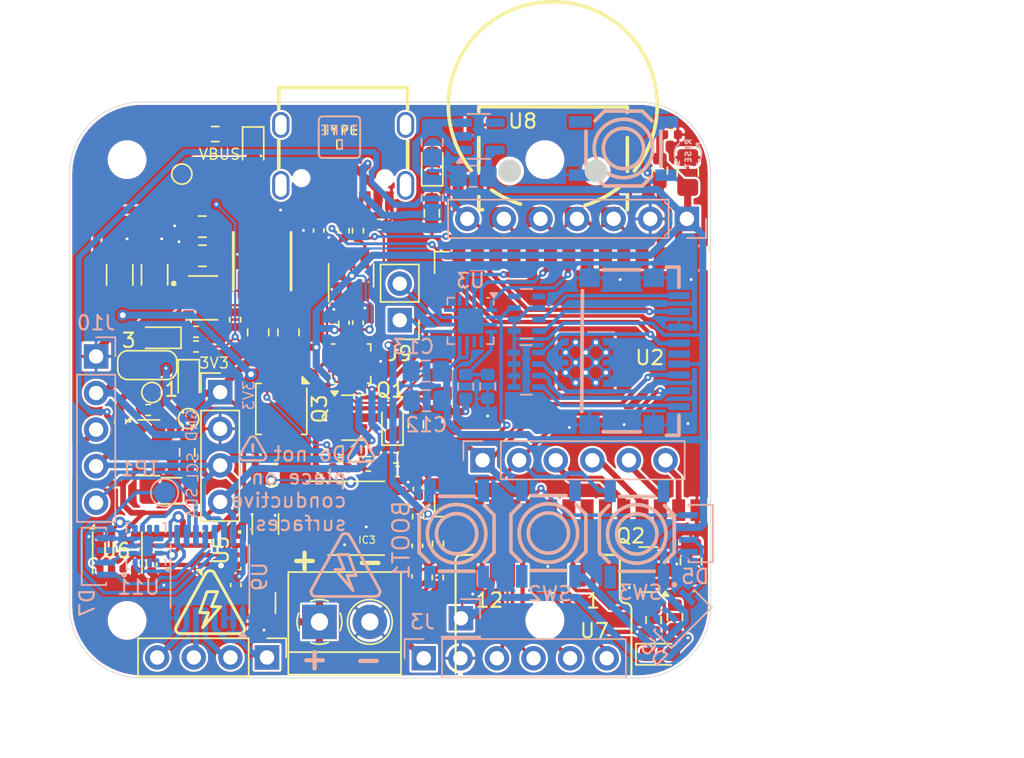
<source format=kicad_pcb>
(kicad_pcb (version 20240108) (generator "pcbnew") (generator_version "8.0")
  (title_block (date "2023-04-18") (rev "A"))
  (layers (0 "F.Cu" signal) (1 "In1.Cu" signal) (2 "In2.Cu" signal) (31 "B.Cu" signal) (34 "B.Paste" user) (35 "F.Paste" user) (36 "B.SilkS" user "B.Silkscreen") (37 "F.SilkS" user "F.Silkscreen") (38 "B.Mask" user) (39 "F.Mask" user) (44 "Edge.Cuts" user))
  (net 0 "")
  (net 1 "Net-(D4-K)")
  (net 2 "VBUS")
  (net 3 "GND")
  (net 4 "+3V3")
  (net 5 "/Current Sensor + Output Control/VOUT")
  (net 6 "/Microcontroller/SCL")
  (net 7 "/Microcontroller/SDA")
  (net 8 "/Microcontroller/USB_DP")
  (net 9 "/Current Sensor + Output Control/V_CURRENT")
  (net 11 "Net-(IC3-OUT)")
  (net 13 "Net-(IC4-FB)")
  (net 14 "Net-(IC4-PG)")
  (net 15 "Net-(IC4-SLEEP)")
  (net 16 "Net-(IC4-SW)")
  (net 17 "Net-(D1-K)")
  (net 18 "Net-(D2-K)")
  (net 19 "Net-(D3-K)")
  (net 20 "/Microcontroller/INT_N")
  (net 23 "/Microcontroller/USB_DN")
  (net 24 "Net-(J1-D+-PadA6)")
  (net 25 "Net-(J1-D--PadA7)")
  (net 26 "Net-(IC4-VOS)")
  (net 28 "/Microcontroller/EN")
  (net 29 "/Microcontroller/U0RXD")
  (net 31 "/Microcontroller/U0TXD")
  (net 32 "Net-(Q1-Pad3)")
  (net 36 "/Microcontroller/GPIO5")
  (net 37 "/Microcontroller/GPIO7")
  (net 38 "/Microcontroller/GPIO6")
  (net 39 "/Microcontroller/GPIO4")
  (net 40 "/Current Sensor + Output Control/OUTPUT_EN")
  (net 45 "/Microcontroller/AUDIO_LR")
  (net 46 "/Microcontroller/AUDIO_CLK")
  (net 47 "/Microcontroller/AUDIO_DAT")
  (net 48 "Net-(J9-Pin_1)")
  (net 49 "Net-(J9-Pin_2)")
  (net 50 "/Microcontroller/GPIO1")
  (net 51 "/Microcontroller/GPIO2")
  (net 52 "/Microcontroller/AUDIO_GAIN")
  (net 53 "/Microcontroller/AUDIO_SD")
  (net 54 "Net-(Q3-G)")
  (net 55 "Net-(C11-Pad1)")
  (net 56 "/Microcontroller/TFT_CS")
  (net 57 "/Microcontroller/TFT_DC")
  (net 58 "/Microcontroller/LEDK")
  (net 59 "Net-(Q2-G)")
  (net 60 "/Microcontroller/RES_DIS")
  (net 61 "/Microcontroller/LED_DIS")
  (net 62 "/Microcontroller/SCK")
  (net 63 "/Microcontroller/MOSI")
  (net 64 "/Microcontroller/BLK")
  (net 65 "Net-(U3-~{SD_MODE})")
  (net 66 "Net-(J4-Pin_3)")
  (net 67 "Net-(J4-Pin_2)")
  (net 68 "Net-(J4-Pin_1)")
  (net 69 "Net-(J4-Pin_4)")
  (net 70 "/Current Sensor + Output Control/BSST")
  (net 71 "Net-(U10-EN)")
  (net 73 "Net-(U9-~{INT})")
  (net 75 "Net-(IC2-CC2_1)")
  (net 76 "Net-(IC2-CC1_1)")
  (net 77 "/Microcontroller/GPIO38")
  (net 78 "Net-(D5-DOUT)")
  (net 81 "Net-(D7-DIN)")
  (net 82 "/Microcontroller/DAT3")
  (net 83 "/Microcontroller/DAT1")
  (net 85 "/Microcontroller/SDCK")
  (net 86 "/Microcontroller/CMD")
  (net 87 "/Microcontroller/DAT0")
  (net 88 "Net-(J6-DAT2)")
  (net 96 "/Microcontroller/INT1")
  (net 97 "/Microcontroller/INT2")
  (net 98 "/Microcontroller/SQW")
  (net 99 "Net-(U4-EVI)")
  (net 101 "/Microcontroller/RV3028_Int")
  (net 102 "Net-(C19-Pad1)")
  (net 103 "VPP")
  (net 104 "Net-(JP1-C)")
  (footprint "Capacitor_SMD:C_1206_3216Metric_Pad1.33x1.80mm_HandSolder" (layer "F.Cu") (at 185.09 127 180)
    (property "Reference" "C19" (hide yes))
    (property "Value" "220uF")
  )
  (footprint "Resistor_SMD:R_0603_1608Metric" (layer "F.Cu") (at 220.02 135.76 -90)
    (property "Reference" "R10" (hide yes))
    (property "Value" "10k")
  )
  (footprint "Resistor_SMD:R_0402_1005Metric" (layer "F.Cu") (at 197.025 108.935 90)
    (property "Reference" "R7" (hide yes))
    (property "Value" "22")
  )
  (footprint "Resistor_SMD:R_0805_2012Metric_Pad1.20x1.40mm_HandSolder" (layer "F.Cu") (at 192.2 125.9)
    (property "Reference" "R21" (hide yes))
    (property "Value" "DNF_0805")
  )
  (footprint "Connector_PinHeader_2.54mm:PinHeader_1x04_P2.54mm_Vertical" (layer "F.Cu") (at 188.46 120.15)
    (property "Reference" "J7" (hide yes))
    (property "Value" "Conn_01x04")
  )
  (footprint "LED_SMD:LED_0603_1608Metric" (layer "F.Cu") (at 203.18 104.33 90)
    (property "Reference" "D4" (hide yes))
    (property "Value" "Green_0603")
  )
  (footprint "tp4056:ESP32-S3-WROOM-1" (layer "F.Cu") (at 216.29 119.59 -90)
    (property "Reference" "U2")
    (property "Value" "ESP32-S3-WROOM-1")
  )
  (footprint "Resistor_SMD:R_0402_1005Metric" (layer "F.Cu") (at 189.5 115.11 90)
    (property "Reference" "R1" (hide yes))
    (property "Value" "100k")
  )
  (footprint "Capacitor_SMD:C_1206_3216Metric" (layer "F.Cu") (at 181.49 112.01 90)
    (property "Reference" "C21" (hide yes))
    (property "Value" "10u_1206")
  )
  (footprint "Resistor_SMD:R_0603_1608Metric_Pad0.98x0.95mm_HandSolder" (layer "F.Cu") (at 203.15 107.72 -90)
    (property "Reference" "R22" (hide yes))
    (property "Value" "2.7k")
  )
  (footprint "Capacitor_SMD:C_0402_1005Metric" (layer "F.Cu") (at 183.7 132.105 -90)
    (property "Reference" "C16" (hide yes))
    (property "Value" "100nF")
  )
  (footprint "Resistor_SMD:R_0402_1005Metric" (layer "F.Cu") (at 203.56 133.02 90)
    (property "Reference" "R24" (hide yes))
    (property "Value" "10k")
  )
  (footprint "Package_TO_SOT_SMD:SOT-23-6" (layer "F.Cu") (at 197.55 112.0375 90)
    (property "Reference" "U1" (hide yes))
    (property "Value" "SRV05-4")
  )
  (footprint "Capacitor_SMD:C_0402_1005Metric" (layer "F.Cu") (at 200.77 125.66 180)
    (property "Reference" "C24" (hide yes))
    (property "Value" "100nF")
  )
  (footprint "Resistor_SMD:R_0603_1608Metric" (layer "F.Cu") (at 218.54 135.97 90)
    (property "Reference" "R23" (hide yes))
    (property "Value" "22")
  )
  (footprint "Package_LGA:Bosch_LGA-8_3x3mm_P0.8mm_ClockwisePinNumbering" (layer "F.Cu") (at 181.32 131.2275)
    (property "Reference" "U6")
    (property "Value" "BME680")
  )
  (footprint "TestPoint:TestPoint_Pad_D1.0mm" (layer "F.Cu") (at 183.72 120.17)
    (property "Reference" "TP2" (hide yes))
    (property "Value" "TestPoint")
  )
  (footprint "Resistor_SMD:R_0402_1005Metric" (layer "F.Cu") (at 198.74 125.25)
    (property "Reference" "R14" (hide yes))
    (property "Value" "10k")
  )
  (footprint "Capacitor_SMD:C_0402_1005Metric" (layer "F.Cu") (at 202.15 130.82 -90)
    (property "Reference" "C8" (hide yes))
    (property "Value" "100nF")
  )
  (footprint "personal:highVoltage" (layer "F.Cu") (at 187.76 134.73)
    (property "Reference" " ")
    (property "Value" "LOGO" (hide yes))
  )
  (footprint "Package_SON:MicroCrystal_C7_SON-8_1.5x3.2mm_P0.9mm" (layer "F.Cu") (at 183.51 124.01)
    (property "Reference" "U4" (hide yes))
    (property "Value" "RV3032")
  )
  (footprint "Resistor_SMD:R_0402_1005Metric" (layer "F.Cu") (at 183.47 121.38)
    (property "Reference" "R29" (hide yes))
    (property "Value" "10K")
  )
  (footprint "LED_SMD:LED_0603_1608Metric_Pad1.05x0.95mm_HandSolder" (layer "F.Cu") (at 218.98 138.35)
    (property "Reference" "R9" (hide yes))
    (property "Value" "2.7k")
  )
  (footprint "Connector_PinHeader_2.54mm:PinHeader_1x04_P2.54mm_Vertical" (layer "F.Cu") (at 191.71 138.57 -90)
    (property "Reference" "J4" (hide yes))
    (property "Value" "Conn_01x04")
  )
  (footprint "Package_SO:SOP-8_3.9x4.9mm_P1.27mm" (layer "F.Cu") (at 197.9 128.9)
    (property "Reference" "IC3")
    (property "Value" "CC6904SO-10A")
  )
  (footprint "Resistor_SMD:R_0402_1005Metric_Pad0.72x0.64mm_HandSolder" (layer "F.Cu") (at 203.58 130.67 -90)
    (property "Reference" "R15" (hide yes))
    (property "Value" "0R")
  )
  (footprint "Capacitor_SMD:C_0805_2012Metric_Pad1.18x1.45mm_HandSolder" (layer "F.Cu") (at 220.91 104.89 90)
    (property "Reference" "C10" (hide yes))
    (property "Value" "1uF")
  )
  (footprint "Capacitor_SMD:C_0402_1005Metric" (layer "F.Cu") (at 202.14 132.94 90)
    (property "Reference" "C11" (hide yes))
    (property "Value" "100nF")
  )
  (footprint "MountingHole:MountingHole_2.2mm_M2" (layer "F.Cu") (at 211 104)
    (property "Reference" "H2" (hide yes))
    (property "Value" "MountingHole")
  )
  (footprint "Package_LGA:Bosch_LGA-8_2.5x2.5mm_P0.65mm_ClockwisePinNumbering" (layer "F.Cu") (at 188.535 131.125 90)
    (property "Reference" "U5")
    (property "Value" "BME280")
  )
  (footprint "MountingHole:MountingHole_2.2mm_M2" (layer "F.Cu") (at 211 136)
    (property "Reference" "H3" (hide yes))
    (property "Value" "MountingHole")
  )
  (footprint "Resistor_SMD:R_0402_1005Metric" (layer "F.Cu") (at 186.785 116.975 180)
    (property "Reference" "R2" (hide yes))
    (property "Value" "1M2")
  )
  (footprint "Resistor_SMD:R_0805_2012Metric_Pad1.20x1.40mm_HandSolder" (layer "F.Cu") (at 221.14 131.9 -90)
    (property "Reference" "R11" (hide yes))
    (property "Value" "1M")
  )
  (footprint "Capacitor_SMD:C_0402_1005Metric" (layer "F.Cu") (at 189.55 133.55 -90)
    (property "Reference" "C15" (hide yes))
    (property "Value" "100nF")
  )
  (footprint "Capacitor_SMD:C_0402_1005Metric" (layer "F.Cu") (at 200.62 124.71 180)
    (property "Reference" "C25" (hide yes))
    (property "Value" "100nF")
  )
  (footprint "TerminalBlock_4Ucon:TerminalBlock_4Ucon_1x02_P3.50mm_Horizontal" (layer "F.Cu") (at 195.35 136.1)
    (property "Reference" "J11" (hide yes))
    (property "Value" "KF350-3.5-2P")
  )
  (footprint "Resistor_SMD:R_0603_1608Metric_Pad0.98x0.95mm_HandSolder" (layer "F.Cu") (at 186.17 124.33 90)
    (property "Reference" "R30" (hide yes))
    (property "Value" "300R")
  )
  (footprint "Package_TO_SOT_SMD:SOT-23-3" (layer "F.Cu") (at 197.7 121.9175)
    (property "Reference" "Q1")
    (property "Value" "DTC143ECA-TP")
  )
  (footprint "Resistor_SMD:R_0402_1005Metric" (layer "F.Cu") (at 198.76 124.25)
    (property "Reference" "R13" (hide yes))
    (property "Value" "10k")
  )
  (footprint "LED_SMD:LED_0603_1608Metric" (layer "F.Cu") (at 190.75 103.2125 -90)
    (property "Reference" "D2" (hide yes))
    (property "Value" "Green_0603")
  )
  (footprint "Capacitor_SMD:C_0402_1005Metric" (layer "F.Cu") (at 195.3 108.92 -90)
    (property "Reference" "C4" (hide yes))
    (property "Value" "100p")
  )
  (footprint "open-Smartwatch:GC9A01_IPS_display_reversed" (layer "F.Cu") (at 210.5 132.65 180)
    (property "Reference" "U7")
    (property "Value" "GC9A01_IPS_display")
  )
  (footprint "Capacitor_SMD:C_0402_1005Metric" (layer "F.Cu") (at 197.05 115.325 -90)
    (property "Reference" "C14" (hide yes))
    (property "Value" "100nF")
  )
  (footprint "Jumper:SolderJumper-3_P1.3mm_Bridged12_RoundedPad1.0x1.5mm_NumberLabels" (layer "F.Cu") (at 183.4 118.27 180)
    (property "Reference" "JP1" (hide yes))
    (property "Value" "SolderJumper_3_Bridged12")
  )
  (footprint "Resistor_SMD:R_0402_1005Metric" (layer "F.Cu") (at 202.2 128.79 -90)
    (property "Reference" "R8" (hide yes))
    (property "Value" "100")
  )
  (footprint "Capacitor_SMD:C_1206_3216Metric" (layer "F.Cu") (at 191.39 134.8 -90)
    (property "Reference" "C22" (hide yes))
    (property "Value" "10u_1206")
  )
  (footprint "Package_DFN_QFN:WQFN-14-1EP_2.5x2.5mm_P0.5mm_EP1.45x1.45mm" (layer "F.Cu") (at 197.55 118.1625)
    (property "Reference" "IC2" (hide yes))
    (property "Value" "FUSB302MPX")
  )
  (footprint "personal:USBC" (layer "F.Cu") (at 196.74 102.44)
    (property "Reference" "G***" (hide yes))
    (property "Value" "LOGO" (hide yes))
  )
  (footprint "Package_SON:Diodes_PowerDI3333-8" (layer "F.Cu") (at 192.705 121.31 -90)
    (property "Reference" "Q3")
    (property "Value" "DMP3017SFG-7")
  )
  (footprint "Capacitor_SMD:C_0805_2012Metric" (layer "F.Cu") (at 187.225 110.675 180)
    (property "Reference" "C2" (hide yes))
    (property "Value" "22u")
  )
  (footprint "Capacitor_SMD:C_0402_1005Metric" (layer "F.Cu") (at 198.025 115.32 -90)
    (property "Reference" "C6" (hide yes))
    (property "Value" "100nF")
  )
  (footprint "MountingHole:MountingHole_2.2mm_M2" (layer "F.Cu") (at 182 136)
    (property "Reference" "H4" (hide yes))
    (property "Value" "MountingHole")
  )
  (footprint "tp4056:USB-C_SMD-TYPE-C-31-M-12" (layer "F.Cu") (at 197 104.2185 180)
    (property "Reference" "J1" (hide yes))
    (property "Value" "GT-USB-7010" (hide yes))
  )
  (footprint "Capacitor_SMD:C_0402_1005Metric" (layer "F.Cu") (at 199.5 108.5)
    (property "Reference" "C5" (hide yes))
    (property "Value" "100p")
  )
  (footprint "MountingHole:MountingHole_2.2mm_M2" (layer "F.Cu") (at 182 104)
    (property "Reference" "H1" (hide yes))
    (property "Value" "MountingHole")
  )
  (footprint "SamacSys_Parts:INDPM4040X300N" (layer "F.Cu") (at 191.375 111.05 90)
    (property "Reference" "L1" (hide yes))
    (property "Value" "10uH" (hide yes))
  )
  (footprint "Resistor_SMD:R_0603_1608Metric_Pad0.98x0.95mm_HandSolder" (layer "F.Cu") (at 202.04 122.3925 -90)
    (property "Reference" "R18" (hide yes))
    (property "Value" "2.7k")
  )
  (footprint "Resistor_SMD:R_0603_1608Metric_Pad0.98x0.95mm_HandSolder" (layer "F.Cu") (at 188.12 102.22 180)
    (property "Reference" "R17" (hide yes))
    (property "Value" "2.7k")
  )
  (footprint "Resistor_SMD:R_0805_2012Metric_Pad1.20x1.40mm_HandSolder" (layer "F.Cu") (at 191.1 116 -90)
    (property "Reference" "R5" (hide yes))
    (property "Value" "0")
  )
  (footprint "Resistor_SMD:R_0402_1005Metric" (layer "F.Cu") (at 181.53 122.1875 -90)
    (property "Reference" "R27" (hide yes))
    (property "Value" "10K")
  )
  (footprint "Capacitor_SMD:C_0402_1005Metric" (layer "F.Cu") (at 202.23 126.87 90)
    (property "Reference" "C7" (hide yes))
    (property "Value" "100nF")
  )
  (footprint "Connector_PinHeader_2.54mm:PinHeader_1x02_P2.54mm_Vertical" (layer "F.Cu") (at 200.925 115.15 180)
    (property "Reference" "J9")
    (property "Value" "Conn_01x02_Pin")
  )
  (footprint "Capacitor_SMD:C_0402_1005Metric" (layer "F.Cu") (at 219.75 102.26)
    (property "Reference" "C9" (hide yes))
    (property "Value" "100nF")
  )
  (footprint "Capacitor_SMD:C_1206_3216Metric" (layer "F.Cu") (at 183.91 111.99 90)
    (property "Reference" "C20" (hide yes))
    (property "Value" "10u_1206")
  )
  (footprint "tp4056:SON50P300X200X80-11N" (layer "F.Cu") (at 187.275 113.6)
    (property "Reference" "IC4" (hide yes))
    (property "Value" "TPS62175DQCT")
  )
  (footprint "LED_SMD:LED_0603_1608Metric_Pad1.05x0.95mm_HandSolder" (layer "F.Cu") (at 184.085 116.37 180)
    (property "Reference" "R16" (hide yes))
    (property "Value" "2.7k")
  )
  (footprint "tp4056:SW-SMD_SIQ-02FVS3_1" (layer "F.Cu") (at 211.55 102.724)
    (property "Reference" "U8")
    (property "Value" "SIQ-02FVS3")
    (fp_poly (pts (xy -2.2 2.0645) (xy -2.220058 1.886483) (xy -2.279225 1.717393) (xy -2.374535 1.565708) (xy -2.501208 1.439035) (xy -2.652893 1.343725) (xy -2.821983 1.284558) (xy -3 1.2645) (xy -3.178017 1.284558) (xy -3.347107 1.343725) (xy -3.498792 1.439035) (xy -3.625465 1.565708) (xy -3.720775 1.717393) (xy -3.779942 1.886483) (xy -3.8 2.0645) (xy -3.779942 2.242517) (xy -3.720775 2.411607) (xy -3.625465 2.563292) (xy -3.498792 2.689965) (xy -3.347107 2.785275) (xy -3.178017 2.844442) (xy -3 2.8645) (xy -2.821983 2.844442) (xy -2.652893 2.785275) (xy -2.501208 2.689965) (xy -2.374535 2.563292) (xy -2.279225 2.411607) (xy -2.220058 2.242517)) (fill solid) (layer "Edge.Cuts"))
    (fp_poly (pts (xy 3.8 2.0645) (xy 3.779942 1.886483) (xy 3.720775 1.717393) (xy 3.625465 1.565708) (xy 3.498792 1.439035) (xy 3.347107 1.343725) (xy 3.178017 1.284558) (xy 3 1.2645) (xy 2.821983 1.284558) (xy 2.652893 1.343725) (xy 2.501208 1.439035) (xy 2.374535 1.565708) (xy 2.279225 1.717393) (xy 2.220058 1.886483) (xy 2.2 2.0645) (xy 2.220058 2.242517) (xy 2.279225 2.411607) (xy 2.374535 2.563292) (xy 2.501208 2.689965) (xy 2.652893 2.785275) (xy 2.821983 2.844442) (xy 3 2.8645) (xy 3.178017 2.844442) (xy 3.347107 2.785275) (xy 3.498792 2.689965) (xy 3.625465 2.563292) (xy 3.720775 2.411607) (xy 3.779942 2.242517)) (fill solid) (layer "Edge.Cuts"))
  )
  (footprint "LED_SMD:LED_0603_1608Metric" (layer "F.Cu") (at 186.28 119.38 -90)
    (property "Reference" "D1" (hide yes))
    (property "Value" "Green_0603")
  )
  (footprint "Resistor_SMD:R_0805_2012Metric_Pad1.20x1.40mm_HandSolder" (layer "F.Cu") (at 193.2 116 -90)
    (property "Reference" "R4" (hide yes))
    (property "Value" "0")
  )
  (footprint "TestPoint:TestPoint_Pad_D1.0mm" (layer "F.Cu") (at 185.8 105)
    (property "Reference" "TP4" (hide yes))
    (property "Value" "TestPoint")
  )
  (footprint "TestPoint:TestPoint_Pad_D1.0mm" (layer "F.Cu") (at 186.27 121.99)
    (property "Reference" "TP3" (hide yes))
    (property "Value" "TestPoint")
  )
  (footprint "LED_SMD:LED_0603_1608Metric" (layer "F.Cu") (at 200.42 122.34 90)
    (property "Reference" "D3" (hide yes))
    (property "Value" "Yellow_0603")
  )
  (footprint "Package_TO_SOT_SMD:SOT-23" (layer "F.Cu") (at 218.19 132.47 180)
    (property "Reference" "Q2")
    (property "Value" "2N7002")
  )
  (footprint "Resistor_SMD:R_0402_1005Metric" (layer "F.Cu") (at 196.8 125.4)
    (property "Reference" "R19" (hide yes))
    (property "Value" "10k")
  )
  (footprint "Resistor_SMD:R_0402_1005Metric" (layer "F.Cu") (at 198.025 108.935 -90)
    (property "Reference" "R6" (hide yes))
    (property "Value" "22")
  )
  (footprint "Resistor_SMD:R_0402_1005Metric" (layer "F.Cu") (at 196.81 124.3)
    (property "Reference" "R20" (hide yes))
    (property "Value" "1k")
  )
  (footprint "Capacitor_SMD:C_1206_3216Metric" (layer "F.Cu") (at 191.6 129.3 90)
    (property "Reference" "C1" (hide yes))
    (property "Value" "10u_1206")
  )
  (footprint "Resistor_SMD:R_0402_1005Metric" (layer "F.Cu") (at 186.79 115.95)
    (property "Reference" "R3" (hide yes))
    (property "Value" "383k")
  )
  (footprint "Capacitor_SMD:C_0805_2012Metric" (layer "F.Cu") (at 187.225 108.65 180)
    (property "Reference" "C3" (hide yes))
    (property "Value" "10u")
  )
  (footprint "Resistor_SMD:R_0603_1608Metric" (layer "F.Cu") (at 218.974975 104.755025 -90)
    (property "Reference" "R12" (hide yes))
    (property "Value" "10k")
  )
  (footprint "Resistor_SMD:R_Array_Concave_4x0603" (layer "B.Cu") (at 209.725 114.7)
    (property "Reference" "RN2" (hide yes))
    (property "Value" "R_Pack04_Split")
  )
  (footprint "Connector_PinHeader_2.54mm:PinHeader_1x05_P2.54mm_Vertical" (layer "B.Cu") (at 179.85 117.665 180)
    (property "Reference" "J10")
    (property "Value" "Conn_01x05")
  )
  (footprint "tp4056:SW-SMD_4P-CORR-L5.2-W5.2-P3.70-LS6.4" (layer "B.Cu") (at 216.45 103.225 180)
    (property "Reference" "RES1" (hide yes))
    (property "Value" "SW_Push" (hide yes))
  )
  (footprint "personal:warning" (layer "B.Cu") (at 198.25 124.15 180)
    (property "Reference" "G***" (hide yes))
    (property "Value" "LOGO" (hide yes))
  )
  (footprint "Package_DFN_QFN:TQFN-16-1EP_3x3mm_P0.5mm_EP1.23x1.23mm" (layer "B.Cu") (at 205.8375 115.2 180)
    (property "Reference" "U3")
    (property "Value" "MAX98357A")
  )
  (footprint "Capacitor_SMD:C_0805_2012Metric_Pad1.18x1.45mm_HandSolder" (layer "B.Cu") (at 203.175 102.8 90)
    (property "Reference" "C17" (hide yes))
    (property "Value" "4.7uF50V")
  )
  (footprint "Connector_PinHeader_2.54mm:PinHeader_1x06_P2.54mm_Vertical" (layer "B.Cu") (at 206.67 124.875 -90)
    (property "Reference" "J12" (hide yes))
    (property "Value" "Conn_01x06_Pin")
  )
  (footprint "tp4056:SW-SMD_4P-CORR-L5.2-W5.2-P3.70-LS6.4" (layer "B.Cu") (at 211.24 129.93 -90)
    (property "Reference" "SW2")
    (property "Value" "SW_Push" (hide yes))
  )
  (footprint "Capacitor_SMD:C_0805_2012Metric_Pad1.18x1.45mm_HandSolder" (layer "B.Cu") (at 202.775 120.7325)
    (property "Reference" "C12")
    (property "Value" "1uF")
  )
  (footprint "Package_SO:TSSOP-16_4.4x5mm_P0.65mm" (layer "B.Cu") (at 187.75 132.96 90)
    (property "Reference" "U9")
    (property "Value" "TCA9554PW")
  )
  (footprint "Resistor_SMD:R_0603_1608Metric" (layer "B.Cu") (at 207.025 119.75 90)
    (property "Reference" "R25" (hide yes))
    (property "Value" "N.C.")
  )
  (footprint "Capacitor_SMD:C_0805_2012Metric_Pad1.18x1.45mm_HandSolder" (layer "B.Cu") (at 202.75 118.6825 180)
    (property "Reference" "C13")
    (property "Value" "1uF")
  )
  (footprint "personal:warning" (layer "B.Cu") (at 190.725 124.05 180)
    (property "Reference" "G***" (hide yes))
    (property "Value" "LOGO" (hide yes))
  )
  (footprint "TestPoint:TestPoint_Pad_D1.5mm" (layer "B.Cu") (at 184.6 127.125 180)
    (property "Reference" "TP1")
    (property "Value" "TestPoint")
  )
  (footprint "tp4056:TF-SMD_XKTF-0803-0" (layer "B.Cu") (at 217.2 117.3 -90)
    (property "Reference" "J6" (hide yes))
    (property "Value" "Micro_SD_Card_Det_US" (hide yes))
  )
  (footprint "tp4056:LED_WS2812B-4020" (layer "B.Cu") (at 221.81 129.965 90)
    (property "Reference" "D5")
    (property "Value" "WS2812B-4020")
  )
  (footprint "Resistor_SMD:R_Array_Concave_4x0603" (layer "B.Cu") (at 209.7 118.6 180)
    (property "Reference" "RN3" (hide yes))
    (property "Value" "R_Pack04_Split")
  )
  (footprint "Connector_PinHeader_2.54mm:PinHeader_1x06_P2.54mm_Vertical" (layer "B.Cu") (at 202.59 138.625 -90)
    (property "Reference" "J3")
    (property "Value" "Conn_01x06_Pin")
  )
  (footprint "tp4056:SW-SMD_4P-CORR-L5.2-W5.2-P3.70-LS6.4" (layer "B.Cu") (at 217.375 129.99 -90)
    (property "Reference" "SW3")
    (property "Value" "SW_Push" (hide yes))
  )
  (footprint "Capacitor_SMD:C_0805_2012Metric_Pad1.18x1.45mm_HandSolder" (layer "B.Cu") (at 206.025 105.15)
    (property "Reference" "C18" (hide yes))
    (property "Value" "4.7uF50V")
  )
  (footprint "personal:reset" (layer "B.Cu") (at 220.925 103.6 -90)
    (property "Reference" "G***" (hide yes))
    (property "Value" "LOGO" (hide yes))
  )
  (footprint "Connector_PinHeader_2.54mm:PinHeader_1x07_P2.54mm_Vertical" (layer "B.Cu") (at 220.85 108.11 90)
    (property "Reference" "J8" (hide yes))
    (property "Value" "Conn_01x07_Pin")
  )
  (footprint "personal:highVoltage" (layer "B.Cu") (at 197.16 132.15 180)
    (property "Reference" " ")
    (property "Value" "LOGO" (hide yes))
  )
  (footprint "personal:USBC" (layer "B.Cu") (at 196.74 102.44 180)
    (property "Reference" "G***" (hide yes))
    (property "Value" "LOGO" (hide yes))
  )
  (footprint "tp4056:LED_WS2812B-4020" (layer "B.Cu") (at 179.7 131.55 -90)
    (property "Reference" "D7")
    (property "Value" "WS2812B-4020")
  )
  (footprint "Resistor_SMD:R_0805_2012Metric_Pad1.20x1.40mm_HandSolder" (layer "B.Cu") (at 203.175 106.65 -90)
    (property "Reference" "R28" (hide yes))
    (property "Value" "0R")
  )
  (footprint "tp4056:LED_WS2812B-4020" (layer "B.Cu") (at 220.565102 135.906738 45)
    (property "Reference" "D6")
    (property "Value" "WS2812B-4020")
  )
  (footprint "Package_TO_SOT_SMD:SOT-23-5" (layer "B.Cu") (at 206.41 102.382)
    (property "Reference" "U10" (hide yes))
    (property "Value" "RT9013")
  )
  (footprint "Package_LGA:LGA-14_3x2.5mm_P0.5mm_LayoutBorder3x4y" (layer "B.Cu") (at 183.31 130.834664 90)
    (property "Reference" "U11")
    (property "Value" "LSM6DSL")
  )
  (footprint "Connector_PinHeader_2.54mm:PinHeader_1x01_P2.54mm_Vertical" (layer "B.Cu") (at 205.17 135.85 180)
    (property "Reference" "J5" (hide yes))
    (property "Value" "Conn_01x01")
  )
  (footprint "tp4056:SW-SMD_4P-CORR-L5.2-W5.2-P3.70-LS6.4" (layer "B.Cu") (at 204.87 129.98 -90)
    (property "Reference" "BOOT1")
    (property "Value" "SW_Push" (hide yes))
  )
  (footprint "Resistor_SMD:R_0603_1608Metric" (layer "B.Cu") (at 205.5 119.75 -90)
    (property "Reference" "R26" (hide yes))
    (property "Value" "300K")
  )
  (gr_arc (start 222.507831 135) (mid 221.043365 138.535534) (end 217.507831 140) (stroke (width 0.05)) (layer "Edge.Cuts"))
  (gr_line (start 178 105) (end 178 135) (stroke (width 0.05)) (layer "Edge.Cuts"))
  (gr_arc (start 183 140) (mid 179.464466 138.535534) (end 178 135) (stroke (width 0.05)) (layer "Edge.Cuts"))
  (gr_arc (start 178 105) (mid 179.464466 101.464466) (end 183 100) (stroke (width 0.05)) (layer "Edge.Cuts"))
  (gr_line (start 215 105) (end 215 105) (stroke (width 0.05)) (layer "Edge.Cuts"))
  (gr_line (start 222.499985 104.999545) (end 222.507831 135) (stroke (width 0.05)) (layer "Edge.Cuts"))
  (gr_arc (start 217.360051 99.99991) (mid 220.99 101.41) (end 222.499985 104.999545) (stroke (width 0.05)) (layer "Edge.Cuts"))
  (gr_line (start 183 100) (end 217.360051 99.99991) (stroke (width 0.05)) (layer "Edge.Cuts"))
  (gr_line (start 183 140) (end 217.507831 140) (stroke (width 0.05)) (layer "Edge.Cuts"))
  (gr_text "GND" (at 186.925 121.225 90) (layer "B.SilkS") (effects (font (size 0.75 0.75) (thickness 0.1)) (justify left bottom mirror)))
  (gr_text "-" (at 199.88 139.58 0) (layer "B.SilkS") (effects (font (size 1.5 1.5) (thickness 0.3) (bold yes)) (justify left bottom mirror)))
  (gr_text "Do not \nplace on \nconductive \nsurfaces." (at 197.314204 129.852255 0) (layer "B.SilkS") (effects (font (size 1 1)) (justify left bottom mirror)))
  (gr_text "+" (at 196.14 139.54 -0) (layer "B.SilkS") (effects (font (size 1.5 1.5) (thickness 0.3) (bold yes)) (justify left bottom mirror)))
  (gr_text "3V3" (at 190.88 119.27 90) (layer "B.SilkS") (effects (font (size 0.75 0.75) (thickness 0.1)) (justify left bottom mirror)))
  (gr_text "SCL" (at 187 124.25 90) (layer "B.SilkS") (effects (font (size 0.75 0.75) (thickness 0.1)) (justify left bottom mirror)))
  (gr_text "SDA" (at 186.95 126.7 90) (layer "B.SilkS") (effects (font (size 0.75 0.75) (thickness 0.1)) (justify left bottom mirror)))
  (gr_text "3V3" (at 186.94 118.56 0) (layer "F.SilkS") (effects (font (size 0.75 0.75) (thickness 0.1)) (justify left bottom)))
  (gr_text "VBUS" (at 186.91 104.06 0) (layer "F.SilkS") (effects (font (size 0.75 0.75) (thickness 0.1)) (justify left bottom)))
  (gr_text "+" (at 193.19 132.64 0) (layer "F.SilkS") (effects (font (size 1.5 1.5) (thickness 0.3) (bold yes)) (justify left bottom)))
  (gr_text "-" (at 197.743344 132.77523 0) (layer "F.SilkS") (effects (font (size 1.5 1.5) (thickness 0.3) (bold yes)) (justify left bottom)))
  (segment (start 203.145 106.84) (end 203.15 106.845) (width 0.15) (layer "F.Cu") (net 1))
  (segment (start 203.145 104.95) (end 203.145 106.84) (width 0.15) (layer "F.Cu") (net 1))
  (segment (start 180.875 113.475) (end 182 113.475) (width 0.5) (layer "F.Cu") (net 2))
  (segment (start 191.99 126.255519) (end 191.989149 126.254668) (width 0.15) (layer "F.Cu") (net 2))
  (segment (start 195.3 105.3025) (end 194.75 105.8525) (width 0.4) (layer "F.Cu") (net 2))
  (segment (start 198.2 104.9) (end 199.5 106.2) (width 0.5) (layer "F.Cu") (net 2))
  (segment (start 197.55 104.25) (end 198.2 104.9) (width 0.5) (layer "F.Cu") (net 2))
  (segment (start 179.9 112.5) (end 180.875 113.475) (width 0.5) (layer "F.Cu") (net 2))
  (segment (start 198.7 104.4) (end 198.2 104.9) (width 0.5) (layer "F.Cu") (net 2))
  (segment (start 181.32 107.5) (end 179.9 108.92) (width 0.5) (layer "F.Cu") (net 2))
  (segment (start 195.6375 118.1625) (end 195.1 118.7) (width 0.25) (layer "F.Cu") (net 2))
  (segment (start 196.35 104.25) (end 195.3 105.3) (width 0.4) (layer "F.Cu") (net 2))
  (segment (start 185.8 105) (end 183.3 107.5) (width 0.5) (layer "F.Cu") (net 2))
  (segment (start 196.2875 118.1625) (end 195.6375 118.1625) (width 0.25) (layer "F.Cu") (net 2))
  (segment (start 197.29 126.4) (end 196.29 125.4) (width 0.15) (layer "F.Cu") (net 2))
  (segment (start 194.75 105.8525) (end 194.75 106.8525) (width 0.4) (layer "F.Cu") (net 2))
  (segment (start 190.9 119.2) (end 190.6 118.9) (width 0.5) (layer "F.Cu") (net 2))
  (segment (start 199.5 106.2) (end 199.5 106.8525) (width 0.5) (layer "F.Cu") (net 2))
  (segment (start 186.7 104.1) (end 190.65 104.1) (width 0.5) (layer "F.Cu") (net 2))
  (segment (start 183.3 107.5) (end 181.32 107.5) (width 0.5) (layer "F.Cu") (net 2))
  (segment (start 190.9 125.5) (end 190.9 119.7) (width 0.5) (layer "F.Cu") (net 2))
  (segment (start 190.75 104) (end 191 104.25) (width 0.5) (layer "F.Cu") (net 2))
  (segment (start 199.4 106.86) (end 199.4 106.3) (width 0.25) (layer "F.Cu") (net 2))
  (segment (start 196.35 104.25) (end 197.55 104.25) (width 0.5) (layer "F.Cu") (net 2))
  (segment (start 191.989149 126.254668) (end 190.845332 126.254668) (width 0.15) (layer "F.Cu") (net 2))
  (segment (start 185.8 105) (end 186.7 104.1) (width 0.5) (layer "F.Cu") (net 2))
  (segment (start 195.3 105.3) (end 195.3 105.3025) (width 0.4) (layer "F.Cu") (net 2))
  (segment (start 190.9 119.7) (end 190.9 119.2) (width 0.5) (layer "F.Cu") (net 2))
  (segment (start 191 104.25) (end 196.35 104.25) (width 0.5) (layer "F.Cu") (net 2))
  (segment (start 197.52 126.4) (end 197.29 126.4) (width 0.15) (layer "F.Cu") (net 2))
  (segment (start 198.7 104.25) (end 198.7 104.4) (width 0.5) (layer "F.Cu") (net 2))
  (segment (start 179.9 108.92) (end 179.9 112.5) (width 0.5) (layer "F.Cu") (net 2))
  (segment (start 199.4 106.3) (end 198.16 105.06) (width 0.25) (layer "F.Cu") (net 2))
  (via (at 191.99 126.255519) (size 0.8) (drill 0.4) (layers "F.Cu" "B.Cu") (net 2))
  (via (at 197.52 126.4) (size 0.8) (drill 0.4) (layers "F.Cu" "B.Cu") (net 2))
  (via (at 190.6 118.9) (size 0.8) (drill 0.4) (layers "F.Cu" "B.Cu") (net 2))
  (via (at 181.7 114.8) (size 0.8) (drill 0.4) (layers "F.Cu" "B.Cu") (net 2))
  (via (at 198.7 104.25) (size 0.5) (drill 0.2) (layers "F.Cu" "B.Cu") (net 2))
  (segment (start 191.99 126.255519) (end 197.375519 126.255519) (width 0.15) (layer "B.Cu") (net 2))
  (segment (start 198.37 106.43) (end 198.37 104.58) (width 0.5) (layer "B.Cu") (net 2))
  (segment (start 190.6 118.9) (end 186.5 114.8) (width 0.5) (layer "B.Cu") (net 2))
  (segment (start 203.175 107.65) (end 203.025 107.8) (width 0.5) (layer "B.Cu") (net 2))
  (segment (start 199.8 107.86) (end 198.37 106.43) (width 0.5) (layer "B.Cu") (net 2))
  (segment (start 197.375519 126.255519) (end 197.52 126.4) (width 0.15) (layer "B.Cu") (net 2))
  (segment (start 186.5 114.8) (end 181.7 114.8) (width 0.5) (layer "B.Cu") (net 2))
  (segment (start 201.24 107.8) (end 201.18 107.86) (width 0.5) (layer "B.Cu") (net 2))
  (segment (start 198.37 104.58) (end 198.7 104.25) (width 0.5) (layer "B.Cu") (net 2))
  (segment (start 201.18 107.86) (end 199.8 107.86) (width 0.5) (layer "B.Cu") (net 2))
  (segment (start 203.025 107.8) (end 201.24 107.8) (width 0.5) (layer "B.Cu") (net 2))
  (segment (start 183.15 133.55) (end 182.52 132.92) (width 0.5) (layer "F.Cu") (net 3))
  (segment (start 218.09 133.079448) (end 219.1275 132.041948) (width 0.3) (layer "F.Cu") (net 3))
  (segment (start 201.25 125.66) (end 201.25 126.132202) (width 0.15) (layer "F.Cu") (net 3))
  (segment (start 197.05 114.845) (end 196.7945 114.845) (width 0.15) (layer "F.Cu") (net 3))
  (segment (start 198.8125 118.1625) (end 199.4375 118.1625) (width 0.15) (layer "F.Cu") (net 3))
  (segment (start 189.235 131.45) (end 189.56 131.45) (width 0.25) (layer "F.Cu") (net 3))
  (segment (start 215.205 116.675) (end 213.83 118.05) (width 0.5) (layer "F.Cu") (net 3))
  (segment (start 189.55 134.435) (end 191.39 136.275) (width 0.5) (layer "F.Cu") (net 3))
  (segment (start 180.92 132.677499) (end 180.92 132.415) (width 0.5) (layer "F.Cu") (net 3))
  (segment (start 199.98 108.5) (end 200.425 108.055) (width 0.15) (layer "F.Cu") (net 3))
  (segment (start 190.67242 128.64742) (end 191.49484 127.825) (width 0.3) (layer "F.Cu") (net 3))
  (segment (start 184.1725 125.36) (end 184.1725 125.935) (width 0.5) (layer "F.Cu") (net 3))
  (segment (start 199.4375 118.1625) (end 199.6 118) (width 0.15) (layer "F.Cu") (net 3))
  (segment (start 181.792501 133.55) (end 180.92 132.677499) (width 0.5) (layer "F.Cu") (net 3))
  (segment (start 187.51 132.1) (end 188.585 132.1) (width 0.25) (layer "F.Cu") (net 3))
  (segment (start 180.78 116.37) (end 183.21 116.37) (width 0.5) (layer "F.Cu") (net 3))
  (segment (start 220 131.52) (end 219.1275 131.52) (width 0.3) (layer "F.Cu") (net 3))
  (segment (start 192.275 128.5) (end 191.6 127.825) (width 0.3) (layer "F.Cu") (net 3))
  (segment (start 191.49484 127.825) (end 191.6 127.825) (width 0.3) (layer "F.Cu") (net 3))
  (segment (start 186.275 108.65) (end 185.35 108.65) (width 0.15) (layer "F.Cu") (net 3))
  (segment (start 189.56 129.75984) (end 190.67242 128.64742) (width 0.25) (layer "F.Cu") (net 3))
  (segment (start 219.1275 132.041948) (end 219.1275 131.52) (width 0.3) (layer "F.Cu") (net 3))
  (segment (start 184.55 133.55) (end 181.792501 133.55) (width 0.5) (layer "F.Cu") (net 3))
  (segment (start 217.1625 101.3625) (end 217.05 101.25) (width 0.5) (layer "F.Cu") (net 3))
  (segment (start 211.55 132.4) (end 211.35 132.4) (width 0.4) (layer "F.Cu") (net 3))
  (segment (start 189.56 130.15) (end 189.56 129.75984) (width 0.25) (layer "F.Cu") (net 3))
  (segment (start 221.55 130.14) (end 221.55 128.34) (width 0.3) (layer "F.Cu") (net 3))
  (segment (start 206.65 132.4) (end 206.65 133.51) (width 0.3) (layer "F.Cu") (net 3))
  (segment (start 196.7945 114.845) (end 196.3495 114.4) (width 0.15) (layer "F.Cu") (net 3))
  (segment (start 220.15 132.075) (end 220.15 131.67) (width 0.3) (layer "F.Cu") (net 3))
  (segment (start 215.029448 133.079448) (end 215.64 133.079448) (width 0.3) (layer "F.Cu") (net 3))
  (segment (start 184.55 133.55) (end 183.15 133.55) (width 0.5) (layer "F.Cu") (net 3))
  (segment (start 200.425 108.055) (end 200.425 106.8525) (width 0.15) (layer "F.Cu") (net 3))
  (segment (start 184.4 110.525) (end 184.4 109.5) (width 0.15) (layer "F.Cu") (net 3))
  (segment (start 216.85 133.725) (end 216.285552 133.725) (width 0.3) (layer "F.Cu") (net 3))
  (segment (start 220.17 131.52) (end 220.78 130.91) (width 0.3) (layer "F.Cu") (net 3))
  (segment (start 183.7 132.7) (end 183.7 132.585) (width 0.5) (layer "F.Cu") (net 3))
  (segment (start 184.1725 125.935) (end 183.0875 127.02) (width 0.5) (layer "F.Cu") (net 3))
  (segment (start 199.905 130.805) (end 198.6 129.5) (width 0.15) (layer "F.Cu") (net 3))
  (segment (start 196.57 122.87) (end 195.8 122.1) (width 0.15) (layer "F.Cu") (net 3))
  (segment (start 201.1 124.96) (end 201.1 125.51) (width 0.15) (layer "F.Cu") (net 3))
  (segment (start 206.65 133.51) (end 205.99 134.17) (width 0.3) (layer "F.Cu") (net 3))
  (segment (start 216.285552 133.725) (end 215.64 133.079448) (width 0.3) (layer "F.Cu") (net 3))
  (segment (start 202.15 131.3) (end 202.15 132.3625) (width 0.3) (layer "F.Cu") (net 3))
  (segment (start 186.275 110.375) (end 185.6 109.7) (width 0.15) (layer "F.Cu") (net 3))
  (segment (start 219.1275 131.52) (end 220.17 131.52) (width 0.3) (layer "F.Cu") (net 3))
  (segment (start 202.19 132.4225) (end 202.14 132.3725) (width 0.15) (layer "F.Cu") (net 3))
  (segment (start 202.15 132.3625) (end 202.14 132.3725) (width 0.3) (layer "F.Cu") (net 3))
  (segment (start 220.78 130.91) (end 221.55 130.14) (width 0.3) (layer "F.Cu") (net 3))
  (segment (start 213.83 118.05) (end 213.83 118.09) (width 0.5) (layer "F.Cu") (net 3))
  (segment (start 182 110.525) (end 182 109.5) (width 0.15) (layer "F.Cu") (net 3))
  (segment (start 179.85 117.3) (end 180.78 116.37) (width 0.5) (layer "F.Cu") (net 3))
  (segment (start 188.585 132.1) (end 189.235 131.45) (width 0.25) (layer "F.Cu") (net 3))
  (segment (start 201.25 126.132202) (end 201.507167 126.389369) (width 0.15) (layer "F.Cu") (net 3))
  (segment (start 180.12 130.04) (end 179.485 130.04) (width 0.5) (layer "F.Cu") (net 3))
  (segment (start 220.15 131.67) (end 220 131.52) (width 0.3) (layer "F.Cu") (net 3))
  (segment (start 188.585 132.1) (end 188.585 132.120404) (width 0.25) (layer "F.Cu") (net 3))
  (segment (start 203.15 108.595) (end 200.075 108.595) (width 0.15) (layer "F.Cu") (net 3))
  (segment (start 192.275 128.7) (end 192.275 128.5) (width 0.3) (layer "F.Cu") (net 3))
  (segment (start 214.35 132.4) (end 215.029448 133.079448) (width 0.3) (layer "F.Cu") (net 3))
  (segment (start 198.025 114.7755) (end 198.5005 114.3) (width 0.15) (layer "F.Cu") (net 3))
  (segment (start 179.485 130.04) (end 179.35 130.175) (width 0.5) (layer "F.Cu") (net 3))
  (segment (start 211.35 132.4) (end 211.2 132.25) (width 0.4) (layer "F.Cu") (net 3))
  (segment (start 215.64 133.079448) (end 218.09 133.079448) (width 0.3) (layer "F.Cu") (net 3))
  (segment (start 179.85 117.665) (end 179.85 117.3) (width 0.5) (layer "F.Cu") (net 3))
  (segment (start 195.3 109.4) (end 196 109.4) (width 0.15) (layer "F.Cu") (net 3))
  (segment (start 188.585 132.120404) (end 188.520834 132.18457) (width 0.25) (layer "F.Cu") (net 3))
  (segment (start 184.55 133.55) (end 183.7 132.7) (width 0.5) (layer "F.Cu") (net 3))
  (segment (start 201.1 125.51) (end 201.25 125.66) (width 0.15) (layer "F.Cu") (net 3))
  (segment (start 200.075 108.595) (end 199.98 108.5) (width 0.15) (layer "F.Cu") (net 3))
  (segment (start 182.52 132.92) (end 182.52 132.415) (width 0.5) (layer "F.Cu") (net 3))
  (segment (start 189.55 134.03) (end 189.55 134.435) (width 0.5) (layer "F.Cu") (net 3))
  (segment (start 185.35 108.65) (end 185.3 108.6) (width 0.15) (layer "F.Cu") (net 3))
  (via (at 198.6 129.5) (size 0.5) (drill 0.2) (layers "F.Cu" "B.Cu") (net 3))
  (via (at 211.2 132.25) (size 0.5) (drill 0.2) (layers "F.Cu" "B.Cu") (net 3))
  (via (at 207.025 121.8) (size 0.5) (drill 0.2) (layers "F.Cu" "B.Cu") (net 3))
  (via (at 192.65 107.5) (size 0.5) (drill 0.2) (layers "F.Cu" "B.Cu") (net 3))
  (via (at 216.85 133.725) (size 0.5) (drill 0.2) (layers "F.Cu" "B.Cu") (net 3))
  (via (at 220.15 132.075) (size 0.5) (drill 0.2) (layers "F.Cu" "B.Cu") (net 3))
  (via (at 201.507167 126.389369) (size 0.5) (drill 0.2) (layers "F.Cu" "B.Cu") (net 3))
  (via (at 221.15 112.325) (size 0.5) (drill 0.2) (layers "F.Cu" "B.Cu") (net 3))
  (via (at 191.5 136.675) (size 0.5) (drill 0.2) (layers "F.Cu" "B.Cu") (net 3))
  (via (at 216.225 112.325) (size 0.5) (drill 0.2) (layers "F.Cu" "B.Cu") (net 3))
  (via (at 205.99 134.17) (size 0.5) (drill 0.2) (layers "F.Cu" "B.Cu") (net 3))
  (via (at 185.3 108.6) (size 0.5) (drill 0.2) (layers "F.Cu" "B.Cu") (net 3))
  (via (at 184.55 133.55) (size 0.5) (drill 0.2) (layers "F.Cu" "B.Cu") (net 3))
  (via (at 194.24 108.91) (size 0.5) (drill 0.2) (layers "F.Cu" "B.Cu") (net 3))
  (via (at 216.5 122.4) (size 0.5) (drill 0.2) (layers "F.Cu" "B.Cu") (net 3))
  (via (at 195.8 122.1) (size 0.5) (drill 0.2) (layers "F.Cu" "B.Cu") (net 3))
  (via (at 220.925 122.325) (size 0.5) (drill 0.2) (layers "F.Cu" "B.Cu") (net 3))
  (via (at 196.3495 114.4) (size 0.5) (drill 0.2) (layers "F.Cu" "B.Cu") (net 3))
  (via (at 199.6 118) (size 0.5) (drill 0.2) (layers "F.Cu" "B.Cu") (net 3))
  (via (at 190.67242 128.64742) (size 0.5) (drill 0.2) (layers "F.Cu" "B.Cu") (net 3))
  (via (at 185.6 109.7) (size 0.5) (drill 0.2) (layers "F.Cu" "B.Cu") (net 3))
  (via (at 197.1 130.75) (size 0.5) (drill 0.2) (layers "F.Cu" "B.Cu") (net 3))
  (via (at 182 109.5) (size 0.5) (drill 0.2) (layers "F.Cu" "B.Cu") (net 3))
  (via (at 196 109.4) (size 0.5) (drill 0.2) (layers "F.Cu" "B.Cu") (net 3))
  (via (at 188.520834 132.18457) (size 0.8) (drill 0.4) (layers "F.Cu" "B.Cu") (net 3))
  (via (at 184.4 109.5) (size 0.5) (drill 0.2) (layers "F.Cu" "B.Cu") (net 3))
  (via (at 192.275 128.7) (size 0.5) (drill 0.2) (layers "F.Cu" "B.Cu") (net 3))
  (via (at 179.35 130.175) (size 0.5) (drill 0.2) (layers "F.Cu" "B.Cu") (net 3))
  (via (at 198.5005 114.3) (size 0.5) (drill 0.2) (layers "F.Cu" "B.Cu") (net 3))
  (via (at 212.7 122.6) (size 0.5) (drill 0.2) (layers "F.Cu" "B.Cu") (net 3))
  (segment (start 203.175 103.8375) (end 203.675 103.8375) (width 0.5) (layer "B.Cu") (net 3))
  (segment (start 207.025 120.575) (end 207.025 121.8) (width 0.25) (layer "B.Cu") (net 3))
  (segment (start 180.609664 130.334664) (end 180.55 130.275) (width 0.25) (layer "B.Cu") (net 3))
  (segment (start 200.61 134.34) (end 198.85 136.1) (width 0.3) (layer "B.Cu") (net 3))
  (segment (start 205.82 134.34) (end 200.61 134.34) (width 0.3) (layer "B.Cu") (net 3))
  (segment (start 206.0875 114.95) (end 205.8375 115.2) (width 0.25) (layer "B.Cu") (net 3))
  (segment (start 188.725 135.8225) (end 188.725 132.388736) (width 0.25) (layer "B.Cu") (net 3))
  (segment (start 181.625 130.334664) (end 181.625 130.65) (width 0.25) (layer "B.Cu") (net 3))
  (segment (start 181.809664 130.834664) (end 182.3975 130.834664) (width 0.25) (layer "B.Cu") (net 3))
  (segment (start 206.0875 115.45) (end 205.8375 115.2) (width 0.25) (layer "B.Cu") (net 3))
  (segment (start 182.3975 130.334664) (end 181.625 130.334664) (width 0.25) (layer "B.Cu") (net 3))
  (segment (start 181.625 130.334664) (end 180.609664 130.334664) (width 0.25) (layer "B.Cu") (net 3))
  (segment (start 206.0875 113.7625) (end 206.0875 114.95) (width 0.25) (layer "B.Cu") (net 3))
  (segment (start 205.99 134.17) (end 205.82 134.34) (width 0.3) (layer "B.Cu") (net 3))
  (segment (start 181.625 130.65) (end 181.809664 130.834664) (width 0.25) (layer "B.Cu") (net 3))
  (segment (start 205.5875 114.95) (end 205.8375 115.2) (width 0.25) (layer "B.Cu") (net 3))
  (segment (start 220.96 131.24) (end 220.96 131.265) (width 0.3) (layer "B.Cu") (net 3))
  (segment (start 220.96 131.265) (end 220.15 132.075) (width 0.3) (layer "B.Cu") (net 3))
  (segment (start 188.725 132.388736) (end 188.520834 132.18457) (width 0.25) (layer "B.Cu") (net 3))
  (segment (start 203.675 103.8375) (end 204.9875 105.15) (width 0.5) (layer "B.Cu") (net 3))
  (segment (start 188.492328 132.18457) (end 185.475 135.201898) (width 0.25) (layer "B.Cu") (net 3))
  (segment (start 207.275 115.45) (end 206.0875 115.45) (width 0.25) (layer "B.Cu") (net 3))
  (segment (start 219.0625 136.207258) (end 219.0625 135.9375) (width 0.25) (layer "B.Cu") (net 3))
  (segment (start 204.4 114.95) (end 205.5875 114.95) (width 0.25) (layer "B.Cu") (net 3))
  (segment (start 219.0625 135.9375) (end 216.85 133.725) (width 0.25) (layer "B.Cu") (net 3))
  (segment (start 188.520834 132.18457) (end 188.492328 132.18457) (width 0.25) (layer "B.Cu") (net 3))
  (segment (start 185.475 135.201898) (end 185.475 135.8225) (width 0.25) (layer "B.Cu") (net 3))
  (segment (start 220.28 108.68) (end 220.85 108.11) (width 0.5) (layer "F.Cu") (net 4))
  (segment (start 197.82 127.33) (end 198.76 127.33) (width 0.4) (layer "F.Cu") (net 4))
  (segment (start 186.435 132.15) (end 184.225 132.15) (width 0.3) (layer "F.Cu") (net 4))
  (segment (start 218.54 136.795) (end 215.32 136.795) (width 0.3) (layer "F.Cu") (net 4))
  (segment (start 192.28 117.92) (end 193.2 117) (width 0.5) (layer "F.Cu") (net 4))
  (segment (start 193.168496 117.031504) (end 195.131504 117.031504) (width 0.5) (layer "F.Cu") (net 4))
  (segment (start 188.325 131.45) (end 187.51 131.45) (width 0.25) (layer "F.Cu") (net 4))
  (segment (start 218.54 136.795) (end 218.54 137.8975) (width 0.3) (layer "F.Cu") (net 4))
  (segment (start 196.2 119.4) (end 195.1 120.5) (width 0.4) (layer "F.Cu") (net 4))
  (segment (start 182.54 131.4) (end 182.55 131.4) (width 0.25) (layer "F.Cu") (net 4))
  (segment (start 198.76 125.78) (end 198.23 125.25) (width 0.4) (layer "F.Cu") (net 4))
  (segment (start 185.035 123.159999) (end 184.634999 123.56) (width 0.5) (layer "F.Cu") (net 4))
  (segment (start 187.51 131.45) (end 187.135 131.45) (width 0.3) (layer "F.Cu") (net 4))
  (segment (start 201.88 127) (end 200.53 127) (width 0.15) (layer "F.Cu") (net 4))
  (segment (start 201.09 137.185) (end 202.59 138.685) (width 0.4) (layer "F.Cu") (net 4))
  (segment (start 201.09 134.55) (end 201.09 137.185) (width 0.4) (layer "F.Cu") (net 4))
  (segment (start 197.3 116.055) (end 197.3 116.9) (width 0.2) (layer "F.Cu") (net 4))
  (segment (start 198.025 115.8) (end 197.8 116.025) (width 0.2) (layer "F.Cu") (net 4))
  (segment (start 195.1 120.5) (end 195.1 125.219634) (width 0.4) (layer "F.Cu") (net 4))
  (segment (start 181.72 132.22) (end 181.72 132.415) (width 0.25) (layer "F.Cu") (net 4))
  (segment (start 212.25 133.725) (end 212.25 132.4) (width 0.3) (layer "F.Cu") (net 4))
  (segment (start 182.55 131.4) (end 182.775 131.625) (width 0.25) (layer "F.Cu") (net 4))
  (segment (start 190.135 121.655) (end 190.135 128.463809) (width 0.25) (layer "F.Cu") (net 4))
  (segment (start 182.775 131.625) (end 183.7 131.625) (width 0.25) (layer "F.Cu") (net 4))
  (segment (start 188.9125 130.8625) (end 188.325 131.45) (width 0.25) (layer "F.Cu") (net 4))
  (segment (start 197.210366 127.33) (end 197.82 127.33) (width 0.4) (layer "F.Cu") (net 4))
  (segment (start 196.225 119.425) (end 196.2 119.4) (width 0.15) (layer "F.Cu") (net 4))
  (segment (start 189.56 132.1) (end 188.785 132.875) (width 0.25) (layer "F.Cu") (net 4))
  (segment (start 180.92 129.765051) (end 180.92 130.04) (width 0.25) (layer "F.Cu") (net 4))
  (segment (start 187.135 131.45) (end 186.435 132.15) (width 0.3) (layer "F.Cu") (net 4))
  (segment (start 201.09 132.906262) (end 201.09 134.55) (width 0.4) (layer "F.Cu") (net 4))
  (segment (start 200.25 125.7) (end 200.29 125.66) (width 0.15) (layer "F.Cu") (net 4))
  (segment (start 180.385 120.205) (end 182.1 118.49) (width 0.5) (layer "F.Cu") (net 4))
  (segment (start 189.56 132.1) (end 190.06 132.1) (width 0.25) (layer "F.Cu") (net 4))
  (segment (start 180.09 132.415) (end 179.675 132) (width 0.25) (layer "F.Cu") (net 4))
  (segment (start 180.872501 131.327499) (end 180.92 131.28) (width 0.25) (layer "F.Cu") (net 4))
  (segment (start 196.8 119.425) (end 196.225 119.425) (width 0.15) (layer "F.Cu") (net 4))
  (segment (start 188.63 120.15) (end 190.135 121.655) (width 0.25) (layer "F.Cu") (net 4))
  (segment (start 218.525 136.78) (end 218.54 136.795) (width 0.5) (layer "F.Cu") (net 4))
  (segment (start 182.54 131.4) (end 180.872501 131.4) (width 0.25) (layer "F.Cu") (net 4))
  (segment (start 218.54 137.8975) (end 218.3575 138.08) (width 0.3) (layer "F.Cu") (net 4))
  (segment (start 192.1 118.1) (end 190.268629 118.1) (width 0.5) (layer "F.Cu") (net 4))
  (segment (start 220.91 105.9275) (end 220.91 108.05) (width 0.5) (layer "F.Cu") (net 4))
  (segment (start 190.06 132.1) (end 190.23 131.93) (width 0.25) (layer "F.Cu") (net 4))
  (segment (start 189.035 129.563809) (end 189.035 130.74) (width 0.25) (layer "F.Cu") (net 4))
  (segment (start 181.497526 129.187525) (end 180.92 129.765051) (width 0.25) (layer "F.Cu") (net 4))
  (segment (start 198.23 125.25) (end 198.23 124.27) (width 0.2) (layer "F.Cu") (net 4))
  (segment (start 203.56 133.6175) (end 202.6275 134.55) (width 0.3) (layer "F.Cu") (net 4))
  (segment (start 180.92 131.28) (end 180.92 130.04) (width 0.25) (layer "F.Cu") (net 4))
  (segment (start 187.835 131.45) (end 187.51 131.45) (width 0.25) (layer "F.Cu") (net 4))
  (segment (start 218.974975 103.930025) (end 218.974975 102.555025) (width 0.5) (layer "F.Cu") (net 4))
  (segment (start 192.28 117.92) (end 193.168496 117.031504) (width 0.5) (layer "F.Cu") (net 4))
  (segment (start 184.634999 123.56) (end 184.1725 123.56) (width 0.5) (layer "F.Cu") (net 4))
  (segment (start 189.56 130.8) (end 190.085 130.8) (width 0.25) (layer "F.Cu") (net 4))
  (segment (start 184.225 132.15) (end 183.7 131.625) (width 0.3) (layer "F.Cu") (net 4))
  (segment (start 192.28 117.92) (end 192.1 118.1) (width 0.5) (layer "F.Cu") (net 4))
  (segment (start 200.19 127.33) (end 200.525 126.995) (width 0.4) (layer "F.Cu") (net 4))
  (segment (start 180.872501 131.4) (end 180.872501 131.327499) (width 0.25) (layer "F.Cu") (net 4))
  (segment (start 197.82 127.33) (end 197.82 129.636262) (width 0.4) (layer "F.Cu") (net 4))
  (segment (start 200.14 127.28) (end 200.14 124.76) (width 0.4) (layer "F.Cu") (net 4))
  (segment (start 200.19 127.33) (end 200.14 127.28) (width 0.4) (layer "F.Cu") (net 4))
  (segment (start 218.974975 102.555025) (end 219.27 102.26) (width 0.5) (layer "F.Cu") (net 4))
  (segment (start 188.148629 120.22) (end 185.14 120.22) (width 0.5) (layer "F.Cu") (net 4))
  (segment (start 197.82 129.636262) (end 201.09 132.906262) (width 0.4) (layer "F.Cu") (net 4))
  (segment (start 196.2875 118.6625) (end 196.2875 119.3125) (width 0.15) (layer "F.Cu") (net 4))
  (segment (start 185.035 122.260002) (end 185.035 123.159999) (width 0.5) (layer "F.Cu") (net 4))
  (segment (start 180.872501 131.4) (end 180.12 132.152501) (width 0.25) (layer "F.Cu") (net 4))
  (segment (start 202.23 127.35) (end 201.88 127) (width 0.15) (layer "F.Cu") (net 4))
  (segment (start 197.8 116.025) (end 197.8 116.9) (width 0.2) (layer "F.Cu") (net 4))
  (segment (start 220.91 108.05) (end 220.85 108.11) (width 0.5) (layer "F.Cu") (net 4))
  (segment (start 187.16 132.875) (end 186.435 132.15) (width 0.25) (layer "F.Cu") (net 4))
  (segment (start 202.6275 134.55) (end 201.09 134.55) (width 0.3) (layer "F.Cu") (net 4))
  (segment (start 179.85 120.205) (end 180.385 120.205) (width 0.5) (layer "F.Cu") (net 4))
  (segment (start 189.79 132.33) (end 189.56 132.1) (width 0.4) (layer "F.Cu") (net 4))
  (segment (start 219.04 103.75) (end 219.04 102.49) (width 0.15) (layer "F.Cu") (net 4))
  (segment (start 198.76 127.33) (end 200.19 127.33) (width 0.4) (layer "F.Cu") (net 4))
  (segment (start 220.28 110.84) (end 220.28 108.68) (width 0.5) (layer "F.Cu") (net 4))
  (segment (start 219.04 102.49) (end 219.27 102.26) (width 0.15) (layer "F.Cu") (net 4))
  (segment (start 198.025 115.8) (end 198.825 115.8) (width 0.2) (layer "F.Cu") (net 4))
  (segment (start 190.23 130.945) (end 190.085 130.8) (width 0.25) (layer "F.Cu") (net 4))
  (segment (start 190.268629 118.1) (end 188.148629 120.22) (width 0.5) (layer "F.Cu") (net 4))
  (segment (start 198.76 127.33) (end 198.76 125.78) (width 0.4) (layer "F.Cu") (net 4))
  (segment (start 189.79 132.94) (end 189.79 132.33) (width 0.4) (layer "F.Cu") (net 4))
  (segment (start 197.55 112.013) (end 197.6 112.063) (width 0.15) (layer "F.Cu") (net 4))
  (segment (start 183.98 121.38) (end 184.154998 121.38) (width 0.5) (layer "F.Cu") (net 4))
  (segment (start 196.2875 119.3125) (end 196.2 119.4) (width 0.15) (layer "F.Cu") (net 4))
  (segment (start 188.785 132.875) (end 187.16 132.875) (width 0.25) (layer "F.Cu") (net 4))
  (segment (start 195.1 125.219634) (end 197.210366 127.33) (width 0.4) (layer "F.Cu") (net 4))
  (segment (start 197.05 115.805) (end 196.42 115.805) (width 0.2) (layer "F.Cu") (net 4))
  (segment (start 185.14 120.22) (end 183.98 121.38) (width 0.5) (layer "F.Cu") (net 4))
  (segment (start 217.41 136.78) (end 218.525 136.78) (width 0.5) (layer "F.Cu") (net 4))
  (segment (start 197.05 115.805) (end 197.3 116.055) (width 0.2) (layer "F.Cu") (net 4))
  (segment (start 189.035 130.74) (end 188.9125 130.8625) (width 0.25) (layer "F.Cu") (net 4))
  (segment (start 180.12 132.152501) (end 180.12 132.415) (width 0.25) (layer "F.Cu") (net 4))
  (segment (start 190.23 131.93) (end 190.23 130.945) (width 0.25) (layer "F.Cu") (net 4))
  (segment (start 197.55 110.9) (end 197.55 112.013) (width 0.15) (layer "F.Cu") (net 4))
  (segment (start 198.025 115.8) (end 197.055 115.8) (width 0.2) (layer "F.Cu") (net 4))
  (segment (start 220.91 105.9275) (end 218.8725 103.89) (width 0.5) (layer "F.Cu") (net 4))
  (segment (start 196.42 115.805) (end 196.4 115.825) (width 0.2) (layer "F.Cu") (net 4))
  (segment (start 182.54 131.4) (end 181.72 132.22) (width 0.25) (layer "F.Cu") (net 4))
  (segment (start 188.975 130.8) (end 188.9125 130.8625) (width 0.25) (layer "F.Cu") (net 4))
  (segment (start 190.135 128.463809) (end 189.035 129.563809) (width 0.25) (layer "F.Cu") (net 4))
  (segment (start 180.12 132.415) (end 180.09 132.415) (width 0.25) (layer "F.Cu") (net 4))
  (segment (start 189.56 130.8) (end 188.975 130.8) (width 0.25) (layer "F.Cu") (net 4))
  (segment (start 215.32 136.795) (end 212.25 133.725) (width 0.3) (layer "F.Cu") (net 4))
  (segment (start 195.131504 117.031504) (end 195.1 117) (width 0.15) (layer "F.Cu") (net 4))
  (segment (start 184.154998 121.38) (end 185.035 122.260002) (width 0.5) (layer "F.Cu") (net 4))
  (via (at 197.6 112.063) (size 0.6) (drill 0.3) (layers "F.Cu" "B.Cu") (net 4))
  (via (at 179.675 132) (size 0.5) (drill 0.2) (layers "F.Cu" "B.Cu") (net 4))
  (via (at 189.79 132.94) (size 0.5) (drill 0.2) (layers "F.Cu" "B.Cu") (net 4))
  (via (at 196.4 115.825) (size 0.6) (drill 0.3) (layers "F.Cu" "B.Cu") (net 4))
  (via (at 195.131504 117.031504) (size 0.6) (drill 0.3) (layers "F.Cu" "B.Cu") (net 4))
  (via (at 198.825 115.8) (size 0.6) (drill 0.3) (layers "F.Cu" "B.Cu") (net 4))
  (via (at 196.2 119.4) (size 0.6) (drill 0.3) (layers "F.Cu" "B.Cu") (net 4))
  (via (at 181.497526 129.187525) (size 0.8) (drill 0.4) (layers "F.Cu" "B.Cu") (net 4))
  (via (at 217.41 136.78) (size 0.5) (drill 0.2) (layers "F.Cu" "B.Cu") (net 4))
  (segment (start 198.55 112.2) (end 198.55 113.677748) (width 0.15) (layer "B.Cu") (net 4))
  (segment (start 190.025 130.0975) (end 190.025 132.705) (width 0.4) (layer "B.Cu") (net 4))
  (segment (start 197.9065 111.7565) (end 197.6 112.063) (width 0.5) (layer "B.Cu") (net 4))
  (segment (start 186.92 121.69) (end 188.46 120.15) (width 0.5) (layer "B.Cu") (net 4))
  (segment (start 207.9875 106.075) (end 218.815 106.075) (width 0.5) (layer "B.Cu") (net 4))
  (segment (start 198.413 112.063) (end 198.55 112.2) (width 0.15) (layer "B.Cu") (net 4))
  (segment (start 198.9755 114.103248) (end 198.9755 115.6495) (width 0.15) (layer "B.Cu") (net 4))
  (segment (start 182.075361 129.187525) (end 182.56 129.672164) (width 0.25) (layer "B.Cu") (net 4))
  (segment (start 213.09 132.93) (end 213.58 132.93) (width 0.5) (layer "B.Cu") (net 4))
  (segment (start 205.146637 123.090876) (end 204.2125 122.156739) (width 0.5) (layer "B.Cu") (net 4))
  (segment (start 198.9755 115.6495) (end 198.825 115.8) (width 0.15) (layer "B.Cu") (net 4))
  (segment (start 205.5875 117.6875) (end 205.525 117.75) (width 0.25) (layer "B.Cu") (net 4))
  (segment (start 221.875 116.175) (end 221.95 116.1) (width 0.25) (layer "B.Cu") (net 4))
  (segment (start 179.85 120.205) (end 181.052081 120.205) (width 0.5) (layer "B.Cu") (net 4))
  (segment (start 205.0875 116.6375) (end 205.0875 117.75) (width 0.25) (layer "B.Cu") (net 4))
  (segment (start 195.131504 118.331504) (end 196.2 119.4) (width 0.5) (layer "B.Cu") (net 4))
  (segment (start 197.6 112.063) (end 198.413 112.063) (width 0.15) (layer "B.Cu") (net 4))
  (segment (start 182.894924 131.334664) (end 183.894924 130.334664) (width 0.25) (layer "B.Cu") (net 4))
  (segment (start 218.28 137.65) (end 219.104684 137.65) (width 0.5) (layer "B.Cu") (net 4))
  (segment (start 197.9065 111.7565) (end 195.131504 114.531496) (width 0.5) (layer "B.Cu") (net 4))
  (segment (start 182.3975 131.334664) (end 182.894924 131.334664) (width 0.25) (layer "B.Cu") (net 4))
  (segment (start 220.725 135.465595) (end 220.264582 135.005177) (width 0.5) (layer "B.Cu") (net 4))
  (segment (start 209.809124 123.090876) (end 210.168248 123.45) (width 0.5) (layer "B.Cu") (net 4))
  (segment (start 219.275 116.175) (end 221.875 116.175) (width 0.25) (layer "B.Cu") (net 4))
  (segment (start 221.95 118.25) (end 221.95 123.425) (width 0.5) (layer "B.Cu") (net 4))
  (segment (start 221.54 129.54) (end 220.96 129.54) (width 0.5) (layer "B.Cu") (net 4))
  (segment (start 205.0875 117.75) (end 204.1875 118.65) (width 0.25) (layer "B.Cu") (net 4))
  (segment (start 195.131504 115.725) (end 195.131504 116.575) (width 0.5) (layer "B.Cu") (net 4))
  (segment (start 220.725 136.029684) (end 220.725 135.465595) (width 0.5) (layer "B.Cu") (net 4))
  (segment (start 220.85 108.11) (end 218.32 110.64) (width 0.5) (layer "B.Cu") (net 4))
  (segment (start 208.875 116.45) (end 208.875 114.975) (width 0.25) (layer "B.Cu") (net 4))
  (segment (start 204.1875 120.675) (end 204.1875 118.65) (width 0.5) (layer "B.Cu") (net 4))
  (segment (start 209.125 115.1) (end 209.925 114.3) (width 0.25) (layer "B.Cu") (net 4))
  (segment (start 196.3 115.725) (end 196.4 115.825) (width 0.5) (layer "B.Cu") (net 4))
  (segment (start 221.95 109.21) (end 221.95 116.1) (width 0.5) (layer "B.Cu") (net 4))
  (segment (start 211.184314 116.45) (end 212.284314 115.35) (width 0.25) (layer "B.Cu") (net 4))
  (segment (start 208.875 115.1) (end 209.125 115.1) (width 0.25) (layer "B.Cu") (net 4))
  (segment (start 212.284314 115.35) (end 218.45 115.35) (width 0.25) (layer "B.Cu") (net 4))
  (segment (start 180.525 132) (end 180.55 131.975) (width 0.25) (layer "B.Cu") (net 4))
  (segment (start 219.225 130.465) (end 219.225 132.99) (width 0.5) (layer "B.Cu") (net 4))
  (segment (start 204.2125 122.156739) (end 204.2125 120.7) (width 0.5) (layer "B.Cu") (net 4))
  (segment (start 222.01 123.535) (end 221.925 123.45) (width 0.5) (layer "B.Cu") (net 4))
  (segment (start 181.052081 120.205) (end 183.937081 123.09) (width 0.5) (layer "B.Cu") (net 4))
  (segment (start 218.815 106.075) (end 220.85 108.11) (width 0.5) (layer "B.Cu") (net 4))
  (segment (start 195.131504 116.575) (end 195.131504 117.031504) (width 0.5) (layer "B.Cu") (net 4))
  (segment (start 195.131504 116.575) (end 195.131504 118.331504) (width 0.5) (layer "B.Cu") (net 4))
  (segment (start 205.5875 116.6375) (end 205.5875 117.6875) (width 0.25) (layer "B.Cu") (net 4))
  (segment (start 181.630336 131.334664) (end 181.725 131.334664) (width 0.25) (layer "B.Cu") (net 4))
  (segment (start 219.104684 137.65) (end 220.725 136.029684) (width 0.5) (layer "B.Cu") (net 4))
  (segment (start 196.2 119.4) (end 196.4 119.2) (width 0.15) (layer "B.Cu") (net 4))
  (segment (start 195.131504 115.725) (end 196.3 115.725) (width 0.5) (layer "B.Cu") (net 4))
  (segment (start 195.131504 114.531496) (end 195.131504 115.725) (width 0.5) (layer "B.Cu") (net 4))
  (segment (start 220.96 129.54) (end 220.15 129.54) (width 0.5) (layer "B.Cu") (net 4))
  (segment (start 213.58 132.93) (end 217.41 136.76) (width 0.5) (layer "B.Cu") (net 4))
  (segment (start 207.809946 123.090876) (end 205.146637 123.090876) (width 0.5) (layer "B.Cu") (net 4))
  (segment (start 208.875 119.575) (end 208.875 116.45) (width 0.25) (layer "B.Cu") (net 4))
  (segment (start 209.343878 123.090876) (end 209.025 123.090876) (width 0.5) (layer "B.Cu") (net 4))
  (segment (start 190.025 132.705) (end 189.79 132.94) (width 0.4) (layer "B.Cu") (net 4))
  (segment (start 217.41 136.78) (end 218.28 137.65) (width 0.5) (layer "B.Cu") (net 4))
  (segment (start 222.01 129.3) (end 222.01 123.535) (width 0.5) (layer "B.Cu") (net 4))
  (segment (start 221.77 129.54) (end 222.01 129.3) (width 0.5) (layer "B.Cu") (net 4))
  (segment (start 186.92 122.74) (end 186.92 121.69) (width 0.5) (layer "B.Cu") (net 4))
  (segment (start 183.894924 130.334664) (end 184.2225 130.334664) (width 0.25) (layer "B.Cu") (net 4))
  (segment (start 207.5475 103.332) (end 207.0625 103.817) (width 0.5) (layer "B.Cu") (net 4))
  (segment (start 220.85 108.11) (end 221.95 109.21) (width 0.5) (layer "B.Cu") (net 4))
  (segment (start 210.168248 123.45) (end 221.925 123.45) (width 0.5) (layer "B.Cu") (net 4))
  (segment (start 204.2125 120.7) (end 204.1875 120.675) (width 0.5) (layer "B.Cu") (net 4))
  (segment (start 183.937081 123.09) (end 186.57 123.09) (width 0.5) (layer "B.Cu") (net 4))
  (segment (start 179.675 132) (end 180.525 132) (width 0.25) (layer "B.Cu") (net 4))
  (segment (start 218.32 110.64) (end 199.023 110.64) (width 0.5) (layer "B.Cu") (net 4))
  (segment (start 180.55 131.975) (end 180.99 131.975) (width 0.25) (layer "B.Cu") (net 4))
  (segment (start 181.725 131.334664) (end 182.3975 131.334664) (width 0.25) (layer "B.Cu") (net 4))
  (segment (start 207.0625 105.15) (end 207.9875 106.075) (width 0.5) (layer "B.Cu") (net 4))
  (segment (start 221.95 116.1) (end 221.95 118.25) (width 0.5) (layer "B.Cu") (net 4))
  (segment (start 221.9 118.2) (end 221.95 118.25) (width 0.25) (layer "B.Cu") (net 4))
  (segment (start 208.85 119.6) (end 208.875 119.575) (width 0.25) (layer "B.Cu") (net 4))
  (segment (start 219.225 132.99) (end 219.225 133.965595) (width 0.5) (layer "B.Cu") (net 4))
  (segment (start 181.497526 129.187525) (end 182.075361 129.187525) (width 0.25) (layer "B.Cu") (net 4))
  (segment (start 180.99 131.975) (end 181.630336 131.334664) (width 0.25) (layer "B.Cu") (net 4))
  (segment (start 209.025 123.090876) (end 209.809124 123.090876) (width 0.5) (layer "B.Cu") (net 4))
  (segment (start 221.925 123.45) (end 221.95 123.425) (width 0.5) (layer "B.Cu") (net 4))
  (segment (start 220.3 118.2) (end 221.9 118.2) (width 0.25) (layer "B.Cu") (net 4))
  (segment (start 209.025 123.090876) (end 207.809946 123.090876) (width 0.5) (layer "B.Cu") (net 4))
  (segment (start 209.925 114.3) (end 210.575 114.3) (width 0.25) (layer "B.Cu") (net 4))
  (segment (start 207.0625 103.817) (end 207.0625 105.15) (width 0.5) (layer "B.Cu") (net 4))
  (segment (start 195.193496 117.031504) (end 195.131504 117.031504) (width 0.15) (layer "B.Cu") (net 4))
  (segment (start 198.55 113.677748) (end 198.9755 114.103248) (width 0.15) (layer "B.Cu") (net 4))
  (segment (start 205.525 117.75) (end 205.0875 117.75) (width 0.25) (layer "B.Cu") (net 4))
  (segment (start 218.45 115.35) (end 219.275 116.175) (width 0.25) (layer "B.Cu") (net 4))
  (segment (start 220.96 129.54) (end 221.77 129.54) (width 0.5) (layer "B.Cu") (net 4))
  (segment (start 199.023 110.64) (end 197.9065 111.7565) (width 0.5) (layer "B.Cu") (net 4))
  (segment (start 220.15 129.54) (end 219.225 130.465) (width 0.5) (layer "B.Cu") (net 4))
  (segment (start 186.57 123.09) (end 186.92 122.74) (width 0.5) (layer "B.Cu") (net 4))
  (segment (start 217.41 136.76) (end 217.41 136.78) (width 0.5) (layer "B.Cu") (net 4))
  (segment (start 219.225 133.965595) (end 220.264582 135.005177) (width 0.5) (layer "B.Cu") (net 4))
  (segment (start 208.875 116.45) (end 211.184314 116.45) (width 0.25) (layer "B.Cu") (net 4))
  (segment (start 185.554948 128.81) (end 185.875 129.130052) (width 0.4) (layer "F.Cu") (net 6))
  (segment (start 201.505 119.12467) (end 202.94467 117.685) (width 0.3) (layer "F.Cu") (net 6))
  (segment (start 188.46 125.23) (end 189.66 126.43) (width 0.4) (layer "F.Cu") (net 6))
  (segment (start 189.66 128.267057) (end 188.076029 129.851029) (width 0.4) (layer "F.Cu") (net 6))
  (segment (start 188.076029 129.851029) (end 187.887058 130.04) (width 0.4) (layer "F.Cu") (net 6))
  (segment (start 187.887058 130.04) (end 185.875 130.04) (width 0.4) (layer "F.Cu") (net 6))
  (segment (start 198.775 123.725) (end 199 123.5) (width 0.15) (layer "F.Cu") (net 6))
  (segment (start 182.63 130.15) (end 182.52 130.04) (width 0.15) (layer "F.Cu") (net 6))
  (segment (start 202.94467 117.685) (end 203.79 117.685) (width 0.3) (layer "F.Cu") (net 6))
  (segment (start 198.085523 120.414477) (end 198.171046 120.5) (width 0.3) (layer "F.Cu") (net 6))
  (segment (start 200.13967 120.5) (end 201.505 119.13467) (width 0.3) (layer "F.Cu") (net 6))
  (segment (start 198.171046 120.5) (end 200.13967 120.5) (width 0.3) (layer "F.Cu") (net 6))
  (segment (start 187.79 130.15) (end 187.51 130.15) (width 0.15) (layer "F.Cu") (net 6))
  (segment (start 197.8 119.425) (end 197.8 120.128954) (width 0.15) (layer "F.Cu") (net 6))
  (segment (start 189.66 126.43) (end 189.66 128.267057) (width 0.4) (layer "F.Cu") (net 6))
  (segment (start 185.875 129.130052) (end 185.875 130.04) (width 0.4) (layer "F.Cu") (net 6))
  (segment (start 197.8 120.128954) (end 198.085523 120.414477) (width 0.15) (layer "F.Cu") (net 6))
  (segment (start 185.875 130.04) (end 182.52 130.04) (width 0.4) (layer "F.Cu") (net 6))
  (segment (start 201.505 119.13467) (end 201.505 119.12467) (width 0.3) (layer "F.Cu") (net 6))
  (segment (start 187.777057 130.15) (end 187.51 130.15) (width 0.4) (layer "F.Cu") (net 6))
  (segment (start 180.675 124.46) (end 182.8475 124.46) (width 0.4) (layer "F.Cu") (net 6))
  (segment (start 198.775 124.775) (end 198.775 123.725) (width 0.15) (layer "F.Cu") (net 6))
  (segment (start 198.085523 120.414477) (end 198.096046 120.425) (width 0.15) (layer "F.Cu") (net 6))
  (segment (start 199.25 125.25) (end 198.775 124.775) (width 0.15) (layer "F.Cu") (net 6))
  (segment (start 179.85 125.285) (end 180.675 124.46) (width 0.4) (layer "F.Cu") (net 6))
  (segment (start 188.076029 129.851029) (end 187.777057 130.15) (width 0.4) (layer "F.Cu") (net 6))
  (via (at 199 123.5) (size 0.5) (drill 0.2) (layers "F.Cu" "B.Cu") (net 6))
  (via (at 185.554948 128.81) (size 0.8) (drill 0.4) (layers "F.Cu" "B.Cu") (net 6))
  (via (at 198.085523 120.414477) (size 0.5) (drill 0.2) (layers "F.Cu" "B.Cu") (net 6))
  (segment (start 199 123.5) (end 199 123.46) (width 0.15) (layer "B.Cu") (net 6))
  (segment (start 187.26 126.43) (end 188.46 125.23) (width 0.4) (layer "B.Cu") (net 6))
  (segment (start 187.26 127.85) (end 187.26 126.43) (width 0.4) (layer "B.Cu") (net 6))
  (segment (start 188.46 125.23) (end 179.905 125.23) (width 0.4) (layer "B.Cu") (net 6))
  (segment (start 188.334999 128.97) (end 187.77 128.97) (width 0.4) (layer "B.Cu") (net 6))
  (segment (start 187.26 128.46) (end 187.26 127.85) (width 0.4) (layer "B.Cu") (net 6))
  (segment (start 185 130.38474) (end 184.550076 130.834664) (width 0.25) (layer "B.Cu") (net 6))
  (segment (start 188.725 129.360001) (end 188.334999 128.97) (width 0.4) (layer "B.Cu") (net 6))
  (segment (start 179.905 125.23) (end 179.85 125.285) (width 0.4) (layer "B.Cu") (net 6))
  (segment (start 188.725 130.0975) (end 188.725 129.360001) (width 0.4) (layer "B.Cu") (net 6))
  (segment (start 198.765 123.265) (end 199 123.5) (width 0.5) (layer "B.Cu") (net 6))
  (segment (start 184.550076 130.834664) (end 184.2225 130.834664) (width 0.25) (layer "B.Cu") (net 6))
  (segment (start 185 129.175) (end 185 130.38474) (width 0.25) (layer "B.Cu") (net 6))
  (segment (start 187.77 128.97) (end 187.26 128.46) (width 0.4) (layer "B.Cu") (net 6))
  (segment (start 198.765 123.265) (end 197.224481 124.805519) (width 0.5) (layer "B.Cu") (net 6))
  (segment (start 198.085523 122.585523) (end 198.765 123.265) (width 0.5) (layer "B.Cu") (net 6))
  (segment (start 185.365 128.81) (end 185 129.175) (width 0.25) (layer "B.Cu") (net 6))
  (segment (start 188.884481 124.805519) (end 188.46 125.23) (width 0.5) (layer "B.Cu") (net 6))
  (segment (start 197.224481 124.805519) (end 188.884481 124.805519) (width 0.5) (layer "B.Cu") (net 6))
  (segment (start 185.554948 128.81) (end 185.365 128.81) (width 0.25) (layer "B.Cu") (net 6))
  (segment (start 198.085523 120.414477) (end 198.085523 122.585523) (width 0.5) (layer "B.Cu") (net 6))
  (segment (start 179.335 126.485) (end 181.7225 126.485) (width 0.4) (layer "F.Cu") (net 7))
  (segment (start 198.825 119.95) (end 198.3 119.425) (width 0.15) (layer "F.Cu") (net 7))
  (segment (start 181.7225 126.485) (end 181.7225 127.9525) (width 0.4) (layer "F.Cu") (net 7))
  (segment (start 199.52 124) (end 199.27 124.25) (width 0.15) (layer "F.Cu") (net 7))
  (segment (start 199.743604 119.95) (end 198.99 119.95) (width 0.3) (layer "F.Cu") (net 7))
  (segment (start 185.875 130.8) (end 182.412994 130.8) (width 0.3) (layer "F.Cu") (net 7))
  (segment (start 199.52 122.88) (end 199.52 124) (width 0.15) (layer "F.Cu") (net 7))
  (segment (start 184.854949 128.52005) (end 184.854949 128.525) (width 0.3) (layer "F.Cu") (net 7))
  (segment (start 188.135 128.265) (end 188.63 127.77) (width 0.15) (layer "F.Cu") (net 7))
  (segment (start 181.72 129.955) (end 181.72 130.04) (width 0.3) (layer "F.Cu") (net 7))
  (segment (start 187.51 130.8) (end 185.875 130.8) (width 0.3) (layer "F.Cu") (net 7))
  (segment (start 178.65 123.945) (end 178.65 125.8) (width 0.4) (layer "F.Cu") (net 7))
  (segment (start 203.278604 116.415) (end 199.743604 119.95) (width 0.3) (layer "F.Cu") (net 7))
  (segment (start 179.85 122.745) (end 178.65 123.945) (width 0.4) (layer "F.Cu") (net 7))
  (segment (start 178.65 125.8) (end 179.335 126.485) (width 0.4) (layer "F.Cu") (net 7))
  (segment (start 181.7225 127.9525) (end 182.295 128.525) (width 0.4) (layer "F.Cu") (net 7))
  (segment (start 203.79 116.415) (end 203.278604 116.415) (width 0.3) (layer "F.Cu") (net 7))
  (segment (start 185.264999 128.11) (end 184.854949 128.52005) (width 0.3) (layer "F.Cu") (net 7))
  (segment (start 186.425256 128.62) (end 187.61 128.62) (width 0.3) (layer "F.Cu") (net 7))
  (segment (start 185.775 130.8) (end 185.875 130.8) (width 0.25) (layer "F.Cu") (net 7))
  (segment (start 183.15 128.525) (end 181.72 129.955) (width 0.3) (layer "F.Cu") (net 7))
  (segment (start 182.295 128.525) (end 183.15 128.525) (width 0.4) (layer "F.Cu") (net 7))
  (segment (start 185.915256 128.11) (end 186.425256 128.62) (width 0.3) (layer "F.Cu") (net 7))
  (segment (start 182.412994 130.8) (end 181.72 130.107006) (width 0.3) (layer "F.Cu") (net 7))
  (segment (start 181.7225 126.485) (end 182.8475 125.36) (width 0.4) (layer "F.Cu") (net 7))
  (segment (start 181.72 130.107006) (end 181.72 130.04) (width 0.3) (layer "F.Cu") (net 7))
  (segment (start 198.99 119.95) (end 198.825 119.95) (width 0.15) (layer "F.Cu") (net 7))
  (segment (start 187.61 128.62) (end 188.46 127.77) (width 0.3) (layer "F.Cu") (net 7))
  (segment (start 185.264999 128.11) (end 185.915256 128.11) (width 0.3) (layer "F.Cu") (net 7))
  (segment (start 185.125 131.45) (end 185.775 130.8) (width 0.25) (layer "F.Cu") (net 7))
  (segment (start 184.854949 128.525) (end 183.15 128.525) (width 0.3) (layer "F.Cu") (net 7))
  (via (at 185.125 131.45) (size 0.8) (drill 0.4) (layers "F.Cu" "B.Cu") (net 7))
  (via (at 199.52 122.88) (size 0.5) (drill 0.2) (layers "F.Cu" "B.Cu") (net 7))
  (via (at 198.99 119.95) (size 0.5) (drill 0.2) (layers "F.Cu" "B.Cu") (net 7))
  (segment (start 185.009664 131.334664) (end 184.2225 131.334664) (width 0.25) (layer "B.Cu") (net 7))
  (segment (start 199.65 123.86) (end 198.054481 125.455519) (width 0.5) (layer "B.Cu") (net 7))
  (segment (start 185.125 131.45) (end 185.009664 131.334664) (width 0.25) (layer "B.Cu") (net 7))
  (segment (start 199.65 123.01) (end 199.65 123.86) (width 0.5) (layer "B.Cu") (net 7))
  (segment (start 199 119.96) (end 198.99 119.95) (width 0.15) (layer "B.Cu") (net 7))
  (segment (start 198.054481 125.455519) (end 190.774481 125.455519) (width 0.5) (layer "B.Cu") (net 7))
  (segment (start 198.99 122.35) (end 199.65 123.01) (width 0.5) (layer "B.Cu") (net 7))
  (segment (start 198.99 119.95) (end 198.99 122.35) (width 0.5) (layer "B.Cu") (net 7))
  (segment (start 189.375 130.0975) (end 189.375 128.685) (width 0.4) (layer "B.Cu") (net 7))
  (segment (start 190.774481 125.455519) (end 188.46 127.77) (width 0.5) (layer "B.Cu") (net 7))
  (segment (start 189.375 128.685) (end 188.46 127.77) (width 0.4) (layer "B.Cu") (net 7))
  (segment (start 198.99 122.35) (end 199.52 122.88) (width 0.5) (layer "B.Cu") (net 7))
  (segment (start 204.11 110.84) (end 205.04 110.84) (width 0.2) (layer "F.Cu") (net 8))
  (segment (start 196.6 109.87) (end 197.025 109.445) (width 0.2) (layer "F.Cu") (net 8))
  (segment (start 197.025 109.445) (end 196.885 109.445) (width 0.2) (layer "F.Cu") (net 8))
  (segment (start 196.885 109.445) (end 196.22 108.78) (width 0.2) (layer "F.Cu") (net 8))
  (segment (start 196.6 110.9) (end 196.6 109.87) (width 0.2) (layer "F.Cu") (net 8))
  (segment (start 203.17 109.9) (end 204.11 110.84) (width 0.2) (layer "F.Cu") (net 8))
  (via (at 196.22 108.78) (size 0.5) (drill 0.2) (layers "F.Cu" "B.Cu") (net 8))
  (via (at 203.17 109.9) (size 0.5) (drill 0.2) (layers "F.Cu" "B.Cu") (net 8))
  (segment (start 203.17 109.9) (end 203.11 109.84) (width 0.2) (layer "B.Cu") (net 8))
  (segment (start 203.11 109.84) (end 197.28 109.84) (width 0.2) (layer "B.Cu") (net 8))
  (segment (start 197.28 109.84) (end 196.22 108.78) (width 0.2) (layer "B.Cu") (net 8))
  (segment (start 202.175 116.2) (end 202.175 115.875) (width 0.5) (layer "F.Cu") (net 9))
  (segment (start 203.79 115.145) (end 204.17 115.145) (width 0.15) (layer "F.Cu") (net 9))
  (segment (start 201.5 116.875) (end 202.175 116.2) (width 0.5) (layer "F.Cu") (net 9))
  (segment (start 202.905 115.145) (end 203.79 115.145) (width 0.5) (layer "F.Cu") (net 9))
  (segment (start 202.9 128.6) (end 202.2 129.3) (width 0.15) (layer "F.Cu") (net 9))
  (segment (start 202.21 130.26) (end 202.21 129.31) (width 0.15) (layer "F.Cu") (net 9))
  (segment (start 202.21 129.31) (end 202.2 129.3) (width 0.15) (layer "F.Cu") (net 9))
  (segment (start 202.175 115.875) (end 202.905 115.145) (width 0.5) (layer "F.Cu") (net 9))
  (segment (start 200.125 116.875) (end 201.5 116.875) (width 0.5) (layer "F.Cu") (net 9))
  (via (at 200.125 116.875) (size 0.5) (drill 0.3) (layers "F.Cu" "B.Cu") (net 9))
  (via (at 202.9 128.6) (size 0.5) (drill 0.3) (layers "F.Cu" "B.Cu") (net 9))
  (segment (start 200.45 126.4) (end 202.65 128.6) (width 0.5) (layer "B.Cu") (net 9))
  (segment (start 200.45 117.2) (end 200.45 126.4) (width 0.5) (layer "B.Cu") (net 9))
  (segment (start 202.65 128.6) (end 202.9 128.6) (width 0.5) (layer "B.Cu") (net 9))
  (segment (start 200.125 116.875) (end 200.45 117.2) (width 0.5) (layer "B.Cu") (net 9))
  (segment (start 202.2 128.28) (end 200.54 128.28) (width 0.15) (layer "F.Cu") (net 11))
  (segment (start 186.275 116.975) (end 186.275 114.6) (width 0.15) (layer "F.Cu") (net 13))
  (segment (start 188.775736 114.1) (end 189.275736 114.6) (width 0.15) (layer "F.Cu") (net 14))
  (segment (start 188.275 114.1) (end 188.775736 114.1) (width 0.15) (layer "F.Cu") (net 14))
  (segment (start 190.205 114.105) (end 191.1 115) (width 0.15) (layer "F.Cu") (net 15))
  (segment (start 188.275 113.6) (end 188.7 113.6) (width 0.15) (layer "F.Cu") (net 15))
  (segment (start 189.205 114.105) (end 190.205 114.105) (width 0.15) (layer "F.Cu") (net 15))
  (segment (start 188.7 113.6) (end 189.205 114.105) (width 0.15) (layer "F.Cu") (net 15))
  (segment (start 190.975 113.1) (end 188.275 113.1) (width 0.15) (layer "F.Cu") (net 16))
  (segment (start 186.28 118.5925) (end 186.28 118.15) (width 0.5) (layer "F.Cu") (net 17))
  (segment (start 186.28 118.15) (end 184.96 116.83) (width 0.5) (layer "F.Cu") (net 17))
  (segment (start 184.96 116.83) (end 184.96 116.37) (width 0.5) (layer "F.Cu") (net 17))
  (segment (start 189.375 102.165) (end 190.49 102.165) (width 0.15) (layer "F.Cu") (net 18))
  (segment (start 200.43 123.1275) (end 202.04 121.5175) (width 0.4) (layer "F.Cu") (net 19))
  (segment (start 200.42 123.1275) (end 200.43 123.1275) (width 0.4) (layer "F.Cu") (net 19))
  (segment (start 197.3 119.425) (end 197.3 120.300706) (width 0.15) (layer "F.Cu") (net 20))
  (segment (start 200.535523 120.889477) (end 202.47 118.955) (width 0.15) (layer "F.Cu") (net 20))
  (segment (start 197.3 120.300706) (end 197.888771 120.889477) (width 0.15) (layer "F.Cu") (net 20))
  (segment (start 197.888771 120.889477) (end 200.535523 120.889477) (width 0.15) (layer "F.Cu") (net 20))
  (segment (start 202.47 118.955) (end 203.79 118.955) (width 0.15) (layer "F.Cu") (net 20))
  (segment (start 205.74 109.84) (end 206.31 110.41) (width 0.2) (layer "F.Cu") (net 23))
  (segment (start 198.025 109.445) (end 199.075 109.445) (width 0.2) (layer "F.Cu") (net 23))
  (segment (start 198.5 110.9) (end 198.5 109.92) (width 0.2) (layer "F.Cu") (net 23))
  (segment (start 205.1 109.84) (end 205.74 109.84) (width 0.2) (layer "F.Cu") (net 23))
  (segment (start 198.5 109.92) (end 198.025 109.445) (width 0.2) (layer "F.Cu") (net 23))
  (segment (start 204.13 109.32) (end 204.58 109.32) (width 0.2) (layer "F.Cu") (net 23))
  (segment (start 206.31 110.41) (end 206.31 110.84) (width 0.2) (layer "F.Cu") (net 23))
  (segment (start 199.075 109.445) (end 199.18 109.34) (width 0.2) (layer "F.Cu") (net 23))
  (segment (start 204.58 109.32) (end 205.1 109.84) (width 0.2) (layer "F.Cu") (net 23))
  (via (at 199.18 109.34) (size 0.5) (drill 0.2) (layers "F.Cu" "B.Cu") (net 23))
  (via (at 204.13 109.32) (size 0.5) (drill 0.2) (layers "F.Cu" "B.Cu") (net 23))
  (segment (start 204.13 109.32) (end 204.15 109.34) (width 0.2) (layer "B.Cu") (net 23))
  (segment (start 204.15 109.34) (end 199.18 109.34) (width 0.2) (layer "B.Cu") (net 23))
  (segment (start 197.25 108.2) (end 197.25 107.525) (width 0.15) (layer "F.Cu") (net 24))
  (segment (start 196.985 107.79) (end 197.25 107.525) (width 0.15) (layer "F.Cu") (net 24))
  (segment (start 196.25 107.59) (end 196.45 107.79) (width 0.15) (layer "F.Cu") (net 24))
  (segment (start 196.25 106.86) (end 196.25 107.59) (width 0.15) (layer "F.Cu") (net 24))
  (segment (start 197.25 107.525) (end 197.25 106.86) (width 0.15) (layer "F.Cu") (net 24))
  (segment (start 197.025 108.425) (end 197.25 108.2) (width 0.15) (layer "F.Cu") (net 24))
  (segment (start 196.45 107.79) (end 196.985 107.79) (width 0.15) (layer "F.Cu") (net 24))
  (segment (start 197.75 108.15) (end 197.75 105.83) (width 0.15) (layer "F.Cu") (net 25))
  (segment (start 196.75 105.87) (end 196.75 106.86) (width 0.15) (layer "F.Cu") (net 25))
  (segment (start 197.75 105.83) (end 197.57 105.65) (width 0.15) (layer "F.Cu") (net 25))
  (segment (start 197.57 105.65) (end 196.97 105.65) (width 0.15) (layer "F.Cu") (net 25))
  (segment (start 198.025 108.425) (end 197.75 108.15) (width 0.15) (layer "F.Cu") (net 25))
  (segment (start 196.97 105.65) (end 196.75 105.87) (width 0.15) (layer "F.Cu") (net 25))
  (segment (start 191.1 117) (end 190.2 117) (width 0.15) (layer "F.Cu") (net 26))
  (segment (start 188.175 108.775) (end 189.1 109.7) (width 0.15) (layer "F.Cu") (net 26))
  (segment (start 190.2 117) (end 189.5 116.3) (width 0.15) (layer "F.Cu") (net 26))
  (segment (start 187.295 116.975) (end 188.825 116.975) (width 0.15) (layer "F.Cu") (net 26))
  (segment (start 188.825 116.975) (end 189.5 116.3) (width 0.15) (layer "F.Cu") (net 26))
  (segment (start 193.1 115) (end 191.1 117) (width 0.15) (layer "F.Cu") (net 26))
  (segment (start 189.5 116.3) (end 189.5 115.62) (width 0.15) (layer "F.Cu") (net 26))
  (segment (start 188.275 112.6) (end 188.275 110.775) (width 0.15) (layer "F.Cu") (net 26))
  (via (at 188.2 107.1) (size 0.5) (drill 0.2) (layers "F.Cu" "B.Cu") (net 26))
  (via (at 189.5 116.3) (size 0.5) (drill 0.2) (layers "F.Cu" "B.Cu") (net 26))
  (segment (start 189.5 108.4) (end 188.2 107.1) (width 0.15) (layer "B.Cu") (net 26))
  (segment (start 189.5 116.3) (end 189.5 108.4) (width 0.15) (layer "B.Cu") (net 26))
  (segment (start 219.01 105.78) (end 219.04 105.75) (width 0.5) (layer "F.Cu") (net 28))
  (segment (start 219.56 107.592233) (end 219.01 107.042233) (width 0.5) (layer "F.Cu") (net 28))
  (segment (start 219.01 107.042233) (end 219.01 105.78) (width 0.5) (layer "F.Cu") (net 28))
  (segment (start 219.56 108.627767) (end 219.56 107.592233) (width 0.5) (layer "F.Cu") (net 28))
  (segment (start 219.01 109.177767) (end 219.56 108.627767) (width 0.5) (layer "F.Cu") (net 28))
  (segment (start 218.31995 104.925) (end 218.974975 105.580025) (width 0.5) (layer "F.Cu") (net 28))
  (segment (start 218.84 105.74) (end 218.84 105.38) (width 0.15) (layer "F.Cu") (net 28))
  (segment (start 218.1 104.925) (end 218.31995 104.925) (width 0.5) (layer "F.Cu") (net 28))
  (segment (start 219.01 110.84) (end 219.01 109.177767) (width 0.5) (layer "F.Cu") (net 28))
  (via (at 218.1 104.925) (size 0.5) (drill 0.2) (layers "F.Cu" "B.Cu") (net 28))
  (segment (start 219.45 101.375) (end 218.1 102.725) (width 0.5) (layer "B.Cu") (net 28))
  (segment (start 218.1 102.725) (end 218.1 104.925) (width 0.5) (layer "B.Cu") (net 28))
  (segment (start 212.7 126.15) (end 211.43 124.88) (width 0.4) (layer "F.Cu") (net 29))
  (segment (start 216.47 128.34) (end 216.47 127.71) (width 0.4) (layer "F.Cu") (net 29))
  (segment (start 216.47 127.71) (end 214.91 126.15) (width 0.4) (layer "F.Cu") (net 29))
  (segment (start 214.91 126.15) (end 212.7 126.15) (width 0.4) (layer "F.Cu") (net 29))
  (segment (start 214.787818 124.88) (end 213.97 124.88) (width 0.4) (layer "F.Cu") (net 31))
  (segment (start 217.74 128.34) (end 217.74 127.832182) (width 0.4) (layer "F.Cu") (net 31))
  (segment (start 217.74 127.832182) (end 214.787818 124.88) (width 0.4) (layer "F.Cu") (net 31))
  (segment (start 197.35 124.3) (end 198.9 122.75) (width 0.15) (layer "F.Cu") (net 32))
  (segment (start 198.9 122.75) (end 198.9 121.92) (width 0.15) (layer "F.Cu") (net 32))
  (segment (start 214.897 109.235) (end 215.675 109.235) (width 0.25) (layer "F.Cu") (net 36))
  (segment (start 215.675 109.235) (end 216.47 110.03) (width 0.25) (layer "F.Cu") (net 36))
  (segment (start 216.47 110.46) (end 216.47 110.84) (width 0.15) (layer "F.Cu") (net 36))
  (segment (start 216.47 110.03) (end 216.47 110.84) (width 0.25) (layer "F.Cu") (net 36))
  (segment (start 213.772 108.11) (end 213.23 108.11) (width 0.25) (layer "F.Cu") (net 36))
  (segment (start 213.772 108.11) (end 214.897 109.235) (width 0.25) (layer "F.Cu") (net 36))
  (segment (start 208.16 108.3) (end 208.16 108.13) (width 0.25) (layer "F.Cu") (net 37))
  (segment (start 213.35 109.78) (end 209.64 109.78) (width 0.25) (layer "F.Cu") (net 37))
  (segment (start 209.64 109.78) (end 208.16 108.3) (width 0.25) (layer "F.Cu") (net 37))
  (segment (start 213.93 110.46) (end 213.93 110.84) (width 0.15) (layer "F.Cu") (net 37))
  (segment (start 213.93 110.84) (end 213.93 110.36) (width 0.25) (layer "F.Cu") (net 37))
  (segment (start 213.93 110.36) (end 213.35 109.78) (width 0.25) (layer "F.Cu") (net 37))
  (segment (start 215.2 110.46) (end 215.2 110.84) (width 0.15) (layer "F.Cu") (net 38))
  (segment (start 211.89 109.32) (end 210.7 108.13) (width 0.25) (layer "F.Cu") (net 38))
  (segment (start 215.2 110.36) (end 214.16 109.32) (width 0.25) (layer "F.Cu") (net 38))
  (segment (start 214.16 109.32) (end 211.89 109.32) (width 0.25) (layer "F.Cu") (net 38))
  (segment (start 215.2 110.84) (end 215.2 110.36) (width 0.25) (layer "F.Cu") (net 38))
  (segment (start 217.74 110.54) (end 217.74 110.84) (width 0.15) (layer "F.Cu") (net 39))
  (segment (start 217.74 110.84) (end 217.74 110.09) (width 0.25) (layer "F.Cu") (net 39))
  (segment (start 217.74 110.09) (end 215.78 108.13) (width 0.25) (layer "F.Cu") (net 39))
  (segment (start 196.859477 121.264477) (end 196.5625 120.9675) (width 0.3) (layer "F.Cu") (net 40))
  (segment (start 203.79 120.225) (end 201.7475 120.225) (width 0.3) (layer "F.Cu") (net 40))
  (segment (start 200.131977 121.264477) (end 196.859477 121.264477) (width 0.3) (layer "F.Cu") (net 40))
  (segment (start 201.7475 120.225) (end 200.42 121.5525) (width 0.3) (layer "F.Cu") (net 40))
  (segment (start 200.42 121.5525) (end 200.131977 121.264477) (width 0.3) (layer "F.Cu") (net 40))
  (segment (start 208.127849 111.977848) (end 209.612152 111.977848) (width 0.4) (layer "F.Cu") (net 45))
  (segment (start 209.612152 111.977848) (end 210.12 111.47) (width 0.4) (layer "F.Cu") (net 45))
  (segment (start 210.12 111.47) (end 210.12 110.84) (width 0.4) (layer "F.Cu") (net 45))
  (via (at 208.127849 111.977848) (size 0.5) (drill 0.2) (layers "F.Cu" "B.Cu") (net 45))
  (segment (start 208.127849 111.977848) (end 205.752848 111.977848) (width 0.25) (layer "B.Cu") (net 45))
  (segment (start 205.5875 112.1375) (end 205.5875 113.7625) (width 0.25) (layer "B.Cu") (net 45))
  (segment (start 205.75 111.975) (end 205.5875 112.1375) (width 0.25) (layer "B.Cu") (net 45))
  (segment (start 205.752848 111.977848) (end 205.75 111.975) (width 0.25) (layer "B.Cu") (net 45))
  (segment (start 210.849416 111.876231) (end 211.39 111.335647) (width 0.4) (layer "F.Cu") (net 46))
  (segment (start 211.39 111.335647) (end 211.39 110.84) (width 0.4) (layer "F.Cu") (net 46))
  (via (at 210.849416 111.876231) (size 0.5) (drill 0.2) (layers "F.Cu" "B.Cu") (net 46))
  (segment (start 210.225647 112.5) (end 208.34816 112.5) (width 0.25) (layer "B.Cu") (net 46))
  (segment (start 210.849416 111.876231) (end 210.225647 112.5) (width 0.25) (layer "B.Cu") (net 46))
  (segment (start 206.997152 112.502848) (end 206.5875 112.9125) (width 0.25) (layer "B.Cu") (net 46))
  (segment (start 206.5875 112.9125) (end 206.5875 113.7625) (width 0.25) (layer "B.Cu") (net 46))
  (segment (start 208.345312 112.502848) (end 206.997152 112.502848) (width 0.25) (layer "B.Cu") (net 46))
  (segment (start 208.34816 112.5) (end 208.345312 112.502848) (width 0.25) (layer "B.Cu") (net 46))
  (segment (start 212.6 111.53) (end 212.62 111.51) (width 0.4) (layer "F.Cu") (net 47))
  (segment (start 212.6 111.975) (end 212.6 111.53) (width 0.4) (layer "F.Cu") (net 47))
  (segment (start 212.62 111.51) (end 212.62 110.79) (width 0.4) (layer "F.Cu") (net 47))
  (via (at 212.6 111.975) (size 0.5) (drill 0.2) (layers "F.Cu" "B.Cu") (net 47))
  (segment (start 208.272152 112.902848) (end 207.275 113.9) (width 0.25) (layer "B.Cu") (net 47))
  (segment (start 211.672152 112.902848) (end 208.272152 112.902848) (width 0.25) (layer "B.Cu") (net 47))
  (segment (start 207.275 113.9) (end 207.275 114.45) (width 0.25) (layer "B.Cu") (net 47))
  (segment (start 212.6 111.975) (end 211.672152 112.902848) (width 0.25) (layer "B.Cu") (net 47))
  (segment (start 204.4 115.95) (end 204.3875 115.9375) (width 0.25) (layer "B.Cu") (net 48))
  (segment (start 204.3875 115.9375) (end 202.5775 115.9375) (width 0.25) (layer "B.Cu") (net 48))
  (segment (start 201.3575 114.7175) (end 200.9 115.175) (width 0.25) (layer "B.Cu") (net 48))
  (segment (start 202.5775 115.9375) (end 201.3575 114.7175) (width 0.25) (layer "B.Cu") (net 48))
  (segment (start 203.7525 115.4375) (end 201.3575 113.0425) (width 0.25) (layer "B.Cu") (net 49))
  (segment (start 204.3875 115.4375) (end 203.7525 115.4375) (width 0.25) (layer "B.Cu") (net 49))
  (segment (start 204.4 115.45) (end 204.3875 115.4375) (width 0.25) (layer "B.Cu") (net 49))
  (segment (start 220.28 128.34) (end 220.28 126.11) (width 0.4) (layer "F.Cu") (net 50))
  (segment (start 220.28 126.11) (end 219.05 124.88) (width 0.4) (layer "F.Cu") (net 50))
  (segment (start 219.01 128.34) (end 219.01 127.38) (width 0.4) (layer "F.Cu") (net 51))
  (segment (start 219.01 127.38) (end 216.51 124.88) (width 0.4) (layer "F.Cu") (net 51))
  (segment (start 204.025876 123.000876) (end 203.79 122.765) (width 0.25) (layer "F.Cu") (net 52))
  (segment (start 208.359124 122.440876) (end 207.799124 123.000876) (width 0.25) (layer "F.Cu") (net 52))
  (segment (start 207.799124 123.000876) (end 204.025876 123.000876) (width 0.25) (layer "F.Cu") (net 52))
  (via (at 208.359124 122.440876) (size 0.5) (drill 0.2) (layers "F.Cu" "B.Cu") (net 52))
  (segment (start 207.275 114.95) (end 207.975 114.95) (width 0.25) (layer "B.Cu") (net 52))
  (segment (start 207.95 116.16653) (end 207.9625 116.15403) (width 0.25) (layer "B.Cu") (net 52))
  (segment (start 207.975 114.95) (end 208.625 114.3) (width 0.25) (layer "B.Cu") (net 52))
  (segment (start 208.625 114.3) (end 208.875 114.3) (width 0.25) (layer "B.Cu") (net 52))
  (segment (start 208.359124 122.440876) (end 207.95 122.031752) (width 0.25) (layer "B.Cu") (net 52))
  (segment (start 207.687499 114.95) (end 207.9625 115.225001) (width 0.25) (layer "B.Cu") (net 52))
  (segment (start 207.9625 116.15403) (end 207.9625 115.225001) (width 0.25) (layer "B.Cu") (net 52))
  (segment (start 207.275 114.95) (end 207.687499 114.95) (width 0.25) (layer "B.Cu") (net 52))
  (segment (start 207.95 122.031752) (end 207.95 116.16653) (width 0.25) (layer "B.Cu") (net 52))
  (segment (start 205.495 121.495) (end 205.5 121.49) (width 0.5) (layer "F.Cu") (net 53))
  (segment (start 203.79 121.495) (end 205.495 121.495) (width 0.5) (layer "F.Cu") (net 53))
  (via (at 205.5 121.49) (size 0.5) (drill 0.2) (layers "F.Cu" "B.Cu") (net 53))
  (segment (start 205.5 120.575) (end 205.5 121.49) (width 0.5) (layer "B.Cu") (net 53))
  (segment (start 191.725 120.475) (end 191.7 120.5) (width 0.15) (layer "F.Cu") (net 54))
  (segment (start 196.3 124.3) (end 197.31 125.31) (width 0.15) (layer "F.Cu") (net 54))
  (segment (start 195.86 123.86) (end 196.3 124.3) (width 0.15) (layer "F.Cu") (net 54))
  (segment (start 191.725 119.8) (end 191.725 120.475) (width 0.15) (layer "F.Cu") (net 54))
  (segment (start 195.86 123.8) (end 195.86 123.86) (width 0.15) (layer "F.Cu") (net 54))
  (via (at 191.7 120.5) (size 0.5) (drill 0.2) (layers "F.Cu" "B.Cu") (net 54))
  (via (at 195.86 123.8) (size 0.5) (drill 0.2) (layers "F.Cu" "B.Cu") (net 54))
  (segment (start 195 123.8) (end 191.7 120.5) (width 0.15) (layer "B.Cu") (net 54))
  (segment (start 195.86 123.8) (end 195 123.8) (width 0.15) (layer "B.Cu") (net 54))
  (segment (start 202.475 133.5075) (end 203.56 132.4225) (width 0.3) (layer "F.Cu") (net 55))
  (segment (start 203.58 131.4775) (end 203.58 132.4025) (width 0.15) (layer "F.Cu") (net 55))
  (segment (start 202.14 133.5075) (end 202.475 133.5075) (width 0.3) (layer "F.Cu") (net 55))
  (segment (start 203.58 132.4025) (end 203.56 132.4225) (width 0.15) (layer "F.Cu") (net 55))
  (segment (start 211.6 137.535) (end 212.75 138.685) (width 0.3) (layer "F.Cu") (net 56))
  (segment (start 213.93 128.82) (end 213.93 128.34) (width 0.25) (layer "F.Cu") (net 56))
  (segment (start 210.746346 137.535) (end 211.6 137.535) (width 0.3) (layer "F.Cu") (net 56))
  (segment (start 210.686346 137.475) (end 210.746346 137.535) (width 0.3) (layer "F.Cu") (net 56))
  (segment (start 210.335 137.475) (end 210.686346 137.475) (width 0.3) (layer "F.Cu") (net 56))
  (segment (start 212.37 130.38) (end 213.93 128.82) (width 0.25) (layer "F.Cu") (net 56))
  (segment (start 209.44 130.7) (end 209.76 130.38) (width 0.25) (layer "F.Cu") (net 56))
  (segment (start 209.76 130.38) (end 212.37 130.38) (width 0.25) (layer "F.Cu") (net 56))
  (segment (start 209.44 132.21) (end 209.44 130.7) (width 0.25) (layer "F.Cu") (net 56))
  (segment (start 209.45 132.4) (end 209.45 136.59) (width 0.3) (layer "F.Cu") (net 56))
  (segment (start 209.45 136.59) (end 210.335 137.475) (width 0.3) (layer "F.Cu") (net 56))
  (segment (start 213.105 130.875) (end 215.2 128.78) (width 0.25) (layer "F.Cu") (net 57))
  (segment (start 210.175 130.875) (end 213.105 130.875) (width 0.25) (layer "F.Cu") (net 57))
  (segment (start 215.2 128.78) (end 215.2 128.34) (width 0.25) (layer "F.Cu") (net 57))
  (segment (start 210.15 130.9) (end 210.175 130.875) (width 0.25) (layer "F.Cu") (net 57))
  (segment (start 211.3 134.16) (end 215.29 138.15) (width 0.25) (layer "F.Cu") (net 57))
  (segment (start 210.15 132.4) (end 210.15 133.9) (width 0.25) (layer "F.Cu") (net 57))
  (segment (start 215.29 138.15) (end 215.29 138.685) (width 0.25) (layer "F.Cu") (net 57))
  (segment (start 210.15 132.4) (end 210.15 130.9) (width 0.25) (layer "F.Cu") (net 57))
  (segment (start 210.41 134.16) (end 211.3 134.16) (width 0.25) (layer "F.Cu") (net 57))
  (segment (start 210.15 133.9) (end 210.41 134.16) (width 0.25) (layer "F.Cu") (net 57))
  (segment (start 215.3325 130.55) (end 217.2525 132.47) (width 0.25) (layer "F.Cu") (net 58))
  (segment (start 213.65 132.4) (end 213.65 130.9) (width 0.25) (layer "F.Cu") (net 58))
  (segment (start 213.65 130.9) (end 214 130.55) (width 0.25) (layer "F.Cu") (net 58))
  (segment (start 214 130.55) (end 215.3325 130.55) (width 0.25) (layer "F.Cu") (net 58))
  (segment (start 219.1275 133.42) (end 220.27 133.42) (width 0.25) (layer "F.Cu") (net 59))
  (segment (start 219.1275 134.0425) (end 220.02 134.935) (width 0.25) (layer "F.Cu") (net 59))
  (segment (start 220.27 133.42) (end 220.78 132.91) (width 0.25) (layer "F.Cu") (net 59))
  (segment (start 219.1275 133.42) (end 219.1275 134.0425) (width 0.25) (layer "F.Cu") (net 59))
  (segment (start 207.35 131.125) (end 206.5075 130.2825) (width 0.25) (layer "F.Cu") (net 60))
  (segment (start 206.5075 130.2825) (end 203.58 130.2825) (width 0.25) (layer "F.Cu") (net 60))
  (segment (start 207.35 132.4) (end 207.35 131.125) (width 0.25) (layer "F.Cu") (net 60))
  (segment (start 212.95 133.675) (end 212.95 132.4) (width 0.25) (layer "F.Cu") (net 61))
  (segment (start 213.2 133.925) (end 212.95 133.675) (width 0.25) (layer "F.Cu") (net 61))
  (segment (start 214.275 133.925) (end 213.2 133.925) (width 0.25) (layer "F.Cu") (net 61))
  (segment (start 215.495 135.145) (end 214.275 133.925) (width 0.25) (layer "F.Cu") (net 61))
  (segment (start 218.54 135.145) (end 215.495 135.145) (width 0.25) (layer "F.Cu") (net 61))
  (segment (start 208.75 137.225) (end 210.21 138.685) (width 0.25) (layer "F.Cu") (net 62))
  (segment (start 208.75 132.4) (end 208.75 137.225) (width 0.25) (layer "F.Cu") (net 62))
  (segment (start 208.74 130.4) (end 209.16 129.98) (width 0.25) (layer "F.Cu") (net 62))
  (segment (start 209.16 129.98) (end 211.5 129.98) (width 0.25) (layer "F.Cu") (net 62))
  (segment (start 211.5 129.98) (end 212.66 128.82) (width 0.25) (layer "F.Cu") (net 62))
  (segment (start 212.66 128.82) (end 212.66 128.34) (width 0.25) (layer "F.Cu") (net 62))
  (segment (start 208.74 131.9) (end 208.74 130.4) (width 0.25) (layer "F.Cu") (net 62))
  (segment (start 208.8 129.58) (end 208.05 130.33) (width 0.25) (layer "F.Cu") (net 63))
  (segment (start 211.15 129.58) (end 208.8 129.58) (width 0.25) (layer "F.Cu") (net 63))
  (segment (start 208.05 130.33) (end 208.05 131.55) (width 0.25) (layer "F.Cu") (net 63))
  (segment (start 211.39 128.34) (end 211.39 129.34) (width 0.25) (layer "F.Cu") (net 63))
  (segment (start 208.05 138.305) (end 207.67 138.685) (width 0.25) (layer "F.Cu") (net 63))
  (segment (start 208.05 132.4) (end 208.05 138.305) (width 0.25) (layer "F.Cu") (net 63))
  (segment (start 211.39 129.34) (end 211.15 129.58) (width 0.25) (layer "F.Cu") (net 63))
  (segment (start 220.93 137.2575) (end 220.1075 138.08) (width 0.5) (layer "F.Cu") (net 64))
  (segment (start 203.035 130.463906) (end 203.256094 130.685) (width 0.15) (layer "F.Cu") (net 64))
  (segment (start 203.035 130.463906) (end 203.035 129.711094) (width 0.15) (layer "F.Cu") (net 64))
  (segment (start 220.1075 136.6725) (end 220.02 136.585) (width 0.25) (layer "F.Cu") (net 64))
  (segment (start 220.93 137.21) (end 220.645 137.21) (width 0.5) (layer "F.Cu") (net 64))
  (segment (start 220.93 137.21) (end 220.93 137.2575) (width 0.5) (layer "F.Cu") (net 64))
  (segment (start 203.836094 128.91) (end 203.87 128.91) (width 0.15) (layer "F.Cu") (net 64))
  (segment (start 205.04 128.34) (end 205.04 128.97) (width 0.15) (layer "F.Cu") (net 64))
  (segment (start 203.256094 130.685) (end 203.945 130.685) (width 0.15) (layer "F.Cu") (net 64))
  (segment (start 204.44 128.34) (end 203.87 128.91) (width 0.15) (layer "F.Cu") (net 64))
  (segment (start 205.04 128.34) (end 204.44 128.34) (width 0.15) (layer "F.Cu") (net 64))
  (segment (start 220.645 137.21) (end 220.02 136.585) (width 0.5) (layer "F.Cu") (net 64))
  (segment (start 205.04 128.87) (end 205.04 128.34) (width 0.25) (layer "F.Cu") (net 64))
  (segment (start 203.945 130.685) (end 205.26 132) (width 0.15) (layer "F.Cu") (net 64))
  (segment (start 203.035 129.711094) (end 203.836094 128.91) (width 0.15) (layer "F.Cu") (net 64))
  (segment (start 205.26 132) (end 205.26 136.39) (width 0.15) (layer "F.Cu") (net 64))
  (via (at 220.93 137.21) (size 0.5) (drill 0.2) (layers "F.Cu" "B.Cu") (net 64))
  (segment (start 207.25 134.4) (end 207.25 133.51) (width 0.5) (layer "B.Cu") (net 64))
  (segment (start 205.26 136.39) (end 207.25 134.4) (width 0.5) (layer "B.Cu") (net 64))
  (segment (start 213.275 134.4) (end 217.4 138.525) (width 0.5) (layer "B.Cu") (net 64))
  (segment (start 207.25 134.4) (end 213.275 134.4) (width 0.5) (layer "B.Cu") (net 64))
  (segment (start 219.615 138.525) (end 220.93 137.21) (width 0.5) (layer "B.Cu") (net 64))
  (segment (start 217.4 138.525) (end 219.615 138.525) (width 0.5) (layer "B.Cu") (net 64))
  (segment (start 207.25 133.51) (end 206.72 132.98) (width 0.5) (layer "B.Cu") (net 64))
  (segment (start 205.875 119) (end 205.475 119) (width 0.25) (layer "B.Cu") (net 65))
  (segment (start 205.475 119) (end 207.275 117.2) (width 0.25) (layer "B.Cu") (net 65))
  (segment (start 207.275 117.2) (end 207.275 115.95) (width 0.25) (layer "B.Cu") (net 65))
  (segment (start 205.5 118.925) (end 207.025 118.925) (width 0.25) (layer "B.Cu") (net 65))
  (segment (start 186.24 138.57) (end 186.775 138.035) (width 0.4) (layer "B.Cu") (net 66))
  (segment (start 186.775 138.035) (end 186.775 135.8225) (width 0.4) (layer "B.Cu") (net 66))
  (segment (start 187.425 137.215) (end 188.78 138.57) (width 0.4) (layer "B.Cu") (net 67))
  (segment (start 187.425 135.8225) (end 187.425 137.215) (width 0.4) (layer "B.Cu") (net 67))
  (segment (start 188.075 136.559999) (end 188.885001 137.37) (width 0.4) (layer "B.Cu") (net 68))
  (segment (start 189.84 137.37) (end 191.04 138.57) (width 0.4) (layer "B.Cu") (net 68))
  (segment (start 188.885001 137.37) (end 189.84 137.37) (width 0.4) (layer "B.Cu") (net 68))
  (segment (start 191.04 138.57) (end 191.71 138.57) (width 0.4) (layer "B.Cu") (net 68))
  (segment (start 188.075 135.8225) (end 188.075 136.559999) (width 0.4) (layer "B.Cu") (net 68))
  (segment (start 183.7 138.57) (end 184.114999 138.57) (width 0.4) (layer "B.Cu") (net 69))
  (segment (start 184.114999 138.57) (end 186.125 136.559999) (width 0.4) (layer "B.Cu") (net 69))
  (segment (start 186.125 136.559999) (end 186.125 135.8225) (width 0.4) (layer "B.Cu") (net 69))
  (segment (start 193.2 125.9) (end 194.295 126.995) (width 0.25) (layer "F.Cu") (net 70))
  (segment (start 195.275 126.995) (end 195.275 128.265) (width 0.15) (layer "F.Cu") (net 70))
  (segment (start 191.79 123.45) (end 192.64 124.3) (width 0.25) (layer "F.Cu") (net 70))
  (segment (start 194.295 126.995) (end 195.275 126.995) (width 0.25) (layer "F.Cu") (net 70))
  (segment (start 192.64 124.3) (end 192.64 125.34) (width 0.25) (layer "F.Cu") (net 70))
  (segment (start 192.64 125.34) (end 193.2 125.9) (width 0.25) (layer "F.Cu") (net 70))
  (segment (start 191.725 122.8) (end 191.79 122.865) (width 0.25) (layer "F.Cu") (net 70))
  (segment (start 191.79 122.865) (end 191.79 123.45) (width 0.25) (layer "F.Cu") (net 70))
  (segment (start 204.21 102.66) (end 204.21 102.763974) (width 0.5) (layer "B.Cu") (net 71))
  (segment (start 204.21 102.763974) (end 204.778026 103.332) (width 0.5) (layer "B.Cu") (net 71))
  (segment (start 202.05 102.8875) (end 203.24375 101.69375) (width 0.5) (layer "B.Cu") (net 71))
  (segment (start 203.5055 101.432) (end 203.175 101.7625) (width 0.5) (layer "B.Cu") (net 71))
  (segment (start 203.24375 101.69375) (end 204.21 102.66) (width 0.5) (layer "B.Cu") (net 71))
  (segment (start 203.175 105.65) (end 202.05 104.525) (width 0.5) (layer "B.Cu") (net 71))
  (segment (start 204.778026 103.332) (end 205.2725 103.332) (width 0.5) (layer "B.Cu") (net 71))
  (segment (start 202.05 104.525) (end 202.05 102.8875) (width 0.5) (layer "B.Cu") (net 71))
  (segment (start 205.2725 101.432) (end 203.5055 101.432) (width 0.5) (layer "B.Cu") (net 71))
  (segment (start 178.825 132.51) (end 180.39 134.075) (width 0.25) (layer "B.Cu") (net 73))
  (segment (start 180.560455 129.17) (end 179.51 129.17) (width 0.25) (layer "B.Cu") (net 73))
  (segment (start 180.39 134.075) (end 185.333149 134.075) (width 0.25) (layer "B.Cu") (net 73))
  (segment (start 185.333149 134.075) (end 187.75 131.658149) (width 0.25) (layer "B.Cu") (net 73))
  (segment (start 188.075 131.325) (end 188.075 130.0975) (width 0.25) (layer "B.Cu") (net 73))
  (segment (start 182.605455 127.125) (end 180.560455 129.17) (width 0.25) (layer "B.Cu") (net 73))
  (segment (start 178.825 129.855) (end 178.825 132.51) (width 0.25) (layer "B.Cu") (net 73))
  (segment (start 184.6 127.125) (end 182.605455 127.125) (width 0.25) (layer "B.Cu") (net 73))
  (segment (start 187.75 131.658149) (end 187.75 131.65) (width 0.25) (layer "B.Cu") (net 73))
  (segment (start 179.51 129.17) (end 178.825 129.855) (width 0.25) (layer "B.Cu") (net 73))
  (segment (start 187.75 131.65) (end 188.075 131.325) (width 0.25) (layer "B.Cu") (net 73))
  (segment (start 196.275 116.9) (end 195.875 116.5) (width 0.15) (layer "F.Cu") (net 75))
  (segment (start 195.875 116.5) (end 195.875 113.9) (width 0.15) (layer "F.Cu") (net 75))
  (segment (start 195.3 108.44) (end 194.765 108.975) (width 0.15) (layer "F.Cu") (net 75))
  (segment (start 194.765 111.34) (end 196.6 113.175) (width 0.15) (layer "F.Cu") (net 75))
  (segment (start 194.765 108.975) (end 194.765 111.34) (width 0.15) (layer "F.Cu") (net 75))
  (segment (start 195.875 113.9) (end 196.6 113.175) (width 0.15) (layer "F.Cu") (net 75))
  (segment (start 196.2875 117.6625) (end 195.875 117.25) (width 0.15) (layer "F.Cu") (net 75))
  (segment (start 195.875 117.25) (end 195.875 116.5) (width 0.15) (layer "F.Cu") (net 75))
  (segment (start 196.8 116.9) (end 196.275 116.9) (width 0.15) (layer "F.Cu") (net 75))
  (segment (start 195.25 108.39) (end 195.25 106.86) (width 0.15) (layer "F.Cu") (net 75))
  (segment (start 198.475 116.325) (end 199.042463 116.325) (width 0.15) (layer "F.Cu") (net 76))
  (segment (start 198.5 112.57) (end 199.82 111.25) (width 0.15) (layer "F.Cu") (net 76))
  (segment (start 199.82 111.25) (end 199.82 109.3) (width 0.15) (layer "F.Cu") (net 76))
  (segment (start 199.02 108.5) (end 198.25 107.73) (width 0.15) (layer "F.Cu") (net 76))
  (segment (start 199.042463 116.325) (end 199.35 116.017463) (width 0.15) (layer "F.Cu") (net 76))
  (segment (start 198.3 116.9) (end 198.3 116.5) (width 0.15) (layer "F.Cu") (net 76))
  (segment (start 198.5 113.175) (end 198.5 112.57) (width 0.15) (layer "F.Cu") (net 76))
  (segment (start 199.35 116.017463) (end 199.35 114.025) (width 0.15) (layer "F.Cu") (net 76))
  (segment (start 199.35 114.025) (end 198.5 113.175) (width 0.15) (layer "F.Cu") (net 76))
  (segment (start 198.25 107.73) (end 198.25 106.86) (width 0.15) (layer "F.Cu") (net 76))
  (segment (start 198.8125 117.4125) (end 198.8125 117.6625) (width 0.15) (layer "F.Cu") (net 76))
  (segment (start 198.3 116.5) (end 198.475 116.325) (width 0.15) (layer "F.Cu") (net 76))
  (segment (start 199.82 109.3) (end 199.025 108.505) (width 0.15) (layer "F.Cu") (net 76))
  (segment (start 198.3 116.9) (end 198.8125 117.4125) (width 0.15) (layer "F.Cu") (net 76))
  (segment (start 210.12 127.43) (end 210.12 128.34) (width 0.25) (layer "F.Cu") (net 77))
  (segment (start 210.725 126.825) (end 210.12 127.43) (width 0.25) (layer "F.Cu") (net 77))
  (via (at 210.725 126.825) (size 0.5) (drill 0.2) (layers "F.Cu" "B.Cu") (net 77))
  (segment (start 212.59 128.69) (end 210.725 126.825) (width 0.25) (layer "B.Cu") (net 77))
  (segment (start 220.96 128.69) (end 212.59 128.69) (width 0.25) (layer "B.Cu") (net 77))
  (segment (start 221.885 130.903291) (end 221.885 133.384758) (width 0.25) (layer "B.Cu") (net 78))
  (segment (start 221.885 133.384758) (end 220.865622 134.404136) (width 0.25) (layer "B.Cu") (net 78))
  (segment (start 221.371709 130.39) (end 221.885 130.903291) (width 0.25) (layer "B.Cu") (net 78))
  (segment (start 220.96 130.39) (end 221.371709 130.39) (width 0.25) (layer "B.Cu") (net 78))
  (segment (start 181.25 132.825) (end 181.875 133.45) (width 0.25) (layer "B.Cu") (net 81))
  (segment (start 180.55 132.825) (end 181.25 132.825) (width 0.25) (layer "B.Cu") (net 81))
  (segment (start 181.875 133.45) (end 183.907537 133.45) (width 0.25) (layer "B.Cu") (net 81))
  (segment (start 183.907537 133.45) (end 184.332537 133.025) (width 0.25) (layer "B.Cu") (net 81))
  (segment (start 186.775 131.6) (end 187.425 130.95) (width 0.25) (layer "B.Cu") (net 81))
  (segment (start 184.332537 133.025) (end 185.375 133.025) (width 0.25) (layer "B.Cu") (net 81))
  (segment (start 185.375 133.025) (end 186.775 131.625) (width 0.25) (layer "B.Cu") (net 81))
  (segment (start 186.775 131.625) (end 186.775 131.6) (width 0.25) (layer "B.Cu") (net 81))
  (segment (start 187.425 130.95) (end 187.425 130.0975) (width 0.25) (layer "B.Cu") (net 81))
  (segment (start 207.950165 126.134835) (end 209.21 124.875) (width 0.3) (layer "F.Cu") (net 82))
  (segment (start 204.8 125.305) (end 205.629835 126.134835) (width 0.3) (layer "F.Cu") (net 82))
  (segment (start 218.825 120.05) (end 217.25 121.625) (width 0.3) (layer "F.Cu") (net 82))
  (segment (start 217.25 121.625) (end 212.46 121.625) (width 0.3) (layer "F.Cu") (net 82))
  (segment (start 212.46 121.625) (end 209.21 124.875) (width 0.3) (layer "F.Cu") (net 82))
  (segment (start 203.79 125.305) (end 204.8 125.305) (width 0.3) (layer "F.Cu") (net 82))
  (segment (start 219 120.05) (end 218.825 120.05) (width 0.3) (layer "F.Cu") (net 82))
  (segment (start 205.629835 126.134835) (end 207.950165 126.134835) (width 0.3) (layer "F.Cu") (net 82))
  (via (at 219 120.05) (size 0.5) (drill 0.2) (layers "F.Cu" "B.Cu") (net 82))
  (segment (start 211 119) (end 210.55 119) (width 0.3) (layer "B.Cu") (net 82))
  (segment (start 219.525 120.05) (end 220.3 120.05) (width 0.3) (layer "B.Cu") (net 82))
  (segment (start 211.3 119.636669) (end 211.3 119.3) (width 0.3) (layer "B.Cu") (net 82))
  (segment (start 214.778654 126.99) (end 215.525 126.99) (width 0.3) (layer "B.Cu") (net 82))
  (segment (start 212.534327 125.780673) (end 213.569327 125.780673) (width 0.3) (layer "B.Cu") (net 82))
  (segment (start 211.3 119.3) (end 211 119) (width 0.3) (layer "B.Cu") (net 82))
  (segment (start 219.525 120.05) (end 219.035 120.54) (width 0.3) (layer "B.Cu") (net 82))
  (segment (start 212.29 126.025) (end 212.534327 125.780673) (width 0.3) (layer "B.Cu") (net 82))
  (segment (start 219.035 120.54) (end 212.203331 120.54) (width 0.3) (layer "B.Cu") (net 82))
  (segment (start 219 120.05) (end 219.525 120.05) (width 0.3) (layer "B.Cu") (net 82))
  (segment (start 212.203331 120.54) (end 211.3 119.636669) (width 0.3) (layer "B.Cu") (net 82))
  (segment (start 209.21 124.875) (end 210.36 126.025) (width 0.3) (layer "B.Cu") (net 82))
  (segment (start 210.36 126.025) (end 212.29 126.025) (width 0.3) (layer "B.Cu") (net 82))
  (segment (start 213.569327 125.780673) (end 214.778654 126.99) (width 0.3) (layer "B.Cu") (net 82))
  (segment (start 212.475 113.45) (end 220.3 113.45) (width 0.25) (layer "B.Cu") (net 83))
  (segment (start 210.825 115.1) (end 212.475 113.45) (width 0.25) (layer "B.Cu") (net 83))
  (segment (start 210.575 115.1) (end 210.825 115.1) (width 0.25) (layer "B.Cu") (net 83))
  (segment (start 218.325 116.125) (end 217.475 115.275) (width 0.3) (layer "F.Cu") (net 85))
  (segment (start 207.51 115.275) (end 204.84 112.605) (width 0.3) (layer "F.Cu") (net 85))
  (segment (start 204.84 112.605) (end 203.79 112.605) (width 0.3) (layer "F.Cu") (net 85))
  (segment (start 217.475 115.275) (end 207.51 115.275) (width 0.3) (layer "F.Cu") (net 85))
  (via (at 218.325 116.125) (size 0.5) (drill 0.2) (layers "F.Cu" "B.Cu") (net 85))
  (segment (start 212.085 116.115) (end 210.8 117.4) (width 0.25) (layer "B.Cu") (net 85))
  (segment (start 210.8 117.4) (end 210.55 117.4) (width 0.25) (layer "B.Cu") (net 85))
  (segment (start 218.325 116.125) (end 218.315 116.115) (width 0.25) (layer "B.Cu") (net 85))
  (segment (start 218.315 116.115) (end 212.085 116.115) (width 0.25) (layer "B.Cu") (net 85))
  (segment (start 218.95 116.75) (end 220.3 116.75) (width 0.3) (layer "B.Cu") (net 85))
  (segment (start 218.325 116.125) (end 218.95 116.75) (width 0.3) (layer "B.Cu") (net 85))
  (segment (start 216.3 120.975) (end 211.075 120.975) (width 0.3) (layer "F.Cu") (net 86))
  (segment (start 205.83 124.035) (end 206.67 124.875) (width 0.3) (layer "F.Cu") (net 86))
  (segment (start 218.15 119.125) (end 216.3 120.975) (width 0.3) (layer "F.Cu") (net 86))
  (segment (start 211.075 120.975) (end 207.175 124.875) (width 0.3) (layer "F.Cu") (net 86))
  (segment (start 203.79 124.035) (end 205.83 124.035) (width 0.3) (layer "F.Cu") (net 86))
  (segment (start 207.175 124.875) (end 206.67 124.875) (width 0.3) (layer "F.Cu") (net 86))
  (via (at 218.15 119.125) (size 0.5) (drill 0.2) (layers "F.Cu" "B.Cu") (net 86))
  (segment (start 208.725 126.93) (end 206.67 124.875) (width 0.5) (layer "B.Cu") (net 86))
  (segment (start 210.836396 118.2) (end 210.55 118.2) (width 0.3) (layer "B.Cu") (net 86))
  (segment (start 211.75 119.113604) (end 210.836396 118.2) (width 0.3) (layer "B.Cu") (net 86))
  (segment (start 220.3 118.95) (end 218.325 118.95) (width 0.3) (layer "B.Cu") (net 86))
  (segment (start 217.185 120.09) (end 212.49 120.09) (width 0.3) (layer "B.Cu") (net 86))
  (segment (start 211.75 119.35) (end 211.75 119.113604) (width 0.3) (layer "B.Cu") (net 86))
  (segment (start 209.39 126.93) (end 208.725 126.93) (width 0.5) (layer "B.Cu") (net 86))
  (segment (start 218.15 119.125) (end 217.185 120.09) (width 0.3) (layer "B.Cu") (net 86))
  (segment (start 212.49 120.09) (end 211.75 119.35) (width 0.3) (layer "B.Cu") (net 86))
  (segment (start 218.325 118.95) (end 218.15 119.125) (width 0.3) (layer "B.Cu") (net 86))
  (segment (start 206.455 109.235) (end 205.144009 109.235) (width 0.25) (layer "F.Cu") (net 87))
  (segment (start 207.15 111.27) (end 207.58 110.84) (width 0.3) (layer "F.Cu") (net 87))
  (segment (start 218.25 114.55) (end 218.125 114.425) (width 0.3) (layer "F.Cu") (net 87))
  (segment (start 207.58 110.36) (end 206.455 109.235) (width 0.25) (layer "F.Cu") (net 87))
  (segment (start 218.125 114.425) (end 209.797182 114.425) (width 0.3) (layer "F.Cu") (net 87))
  (segment (start 207.58 110.84) (end 207.58 110.36) (width 0.25) (layer "F.Cu") (net 87))
  (segment (start 207.15 111.777818) (end 207.15 111.27) (width 0.3) (layer "F.Cu") (net 87))
  (segment (start 204.32 104.6825) (end 203.18 103.5425) (width 0.25) (layer "F.Cu") (net 87))
  (segment (start 204.32 108.410991) (end 204.32 104.6825) (width 0.25) (layer "F.Cu") (net 87))
  (segment (start 209.797182 114.425) (end 207.15 111.777818) (width 0.3) (layer "F.Cu") (net 87))
  (segment (start 205.144009 109.235) (end 204.32 108.410991) (width 0.25) (layer "F.Cu") (net 87))
  (via (at 218.25 114.55) (size 0.5) (drill 0.2) (layers "F.Cu" "B.Cu") (net 87))
  (segment (start 218.25 114.55) (end 212.325 114.55) (width 0.25) (layer "B.Cu") (net 87))
  (segment (start 212.325 114.55) (end 210.975 115.9) (width 0.25) (layer "B.Cu") (net 87))
  (segment (start 218.25 114.55) (end 220.3 114.55) (width 0.3) (layer "B.Cu") (net 87))
  (segment (start 210.975 115.9) (end 210.8 115.9) (width 0.25) (layer "B.Cu") (net 87))
  (segment (start 210.862291 119.8) (end 210.75 119.8) (width 0.25) (layer "B.Cu") (net 88))
  (segment (start 212.137291 121.075) (end 210.862291 119.8) (width 0.25) (layer "B.Cu") (net 88))
  (segment (start 220.225 121.075) (end 212.137291 121.075) (width 0.25) (layer "B.Cu") (net 88))
  (segment (start 220.3 121.15) (end 220.225 121.075) (width 0.25) (layer "B.Cu") (net 88))
  (segment (start 182.819924 132.584664) (end 184.944931 132.584664) (width 0.25) (layer "B.Cu") (net 96))
  (segment (start 185.475 130.718102) (end 185.475 130.0975) (width 0.25) (layer "B.Cu") (net 96))
  (segment (start 182.56 131.997164) (end 182.56 132.32474) (width 0.25) (layer "B.Cu") (net 96))
  (segment (start 184.944931 132.584664) (end 185.95 131.579595) (width 0.25) (layer "B.Cu") (net 96))
  (segment (start 182.56 132.32474) (end 182.819924 132.584664) (width 0.25) (layer "B.Cu") (net 96))
  (segment (start 185.95 131.193102) (end 185.475 130.718102) (width 0.25) (layer "B.Cu") (net 96))
  (segment (start 185.95 131.579595) (end 185.95 131.193102) (width 0.25) (layer "B.Cu") (net 96))
  (segment (start 186.3 128.600456) (end 186.3 129.9225) (width 0.25) (layer "B.Cu") (net 97))
  (segment (start 186.3 129.9225) (end 186.125 130.0975) (width 0.25) (layer "B.Cu") (net 97))
  (segment (start 183.06 129.672164) (end 183.06 129.344588) (width 0.25) (layer "B.Cu") (net 97))
  (segment (start 183.06 129.344588) (end 183.629588 128.775) (width 0.25) (layer "B.Cu") (net 97))
  (segment (start 185.275354 128.135) (end 185.834544 128.135) (width 0.25) (layer "B.Cu") (net 97))
  (segment (start 185.834544 128.135) (end 186.3 128.600456) (width 0.25) (layer "B.Cu") (net 97))
  (segment (start 184.635354 128.775) (end 185.275354 128.135) (width 0.25) (layer "B.Cu") (net 97))
  (segment (start 183.629588 128.775) (end 184.635354 128.775) (width 0.25) (layer "B.Cu") (net 97))
  (segment (start 181.575 126.1) (end 179.85 127.825) (width 0.25) (layer "B.Cu") (net 98))
  (segment (start 186.775 130.0975) (end 186.775 127.850431) (width 0.25) (layer "B.Cu") (net 98))
  (segment (start 186.775 127.850431) (end 185.024569 126.1) (width 0.25) (layer "B.Cu") (net 98))
  (segment (start 185.024569 126.1) (end 181.575 126.1) (width 0.25) (layer "B.Cu") (net 98))
  (segment (start 184.1725 122.565) (end 182.8475 121.24) (width 0.4) (layer "F.Cu") (net 99))
  (segment (start 183.72 120.3675) (end 182.8475 121.24) (width 0.5) (layer "F.Cu") (net 99))
  (segment (start 183.72 120.17) (end 183.72 120.3675) (width 0.5) (layer "F.Cu") (net 99))
  (segment (start 184.32 122.5125) (end 184.1725 122.66) (width 0.4) (layer "F.Cu") (net 99))
  (segment (start 184.1725 122.66) (end 184.1725 122.565) (width 0.4) (layer "F.Cu") (net 99))
  (segment (start 182.8475 123.56) (end 181.6025 123.56) (width 0.4) (layer "F.Cu") (net 101))
  (segment (start 207.020686 109.235) (end 205.895686 108.11) (width 0.25) (layer "F.Cu") (net 101))
  (segment (start 180.61 121.77) (end 180.61 121.51) (width 0.4) (layer "F.Cu") (net 101))
  (segment (start 181.54 123.4975) (end 181.54 122.7) (width 0.4) (layer "F.Cu") (net 101))
  (segment (start 181.6025 123.56) (end 181.54 123.4975) (width 0.4) (layer "F.Cu") (net 101))
  (segment (start 205.895686 108.11) (end 205.61 108.11) (width 0.25) (layer "F.Cu") (net 101))
  (segment (start 208.85 110.12) (end 207.965 109.235) (width 0.25) (layer "F.Cu") (net 101))
  (segment (start 208.85 110.84) (end 208.85 110.12) (width 0.25) (layer "F.Cu") (net 101))
  (segment (start 181.54 122.7) (end 180.61 121.77) (width 0.4) (layer "F.Cu") (net 101))
  (segment (start 207.965 109.235) (end 207.020686 109.235) (width 0.25) (layer "F.Cu") (net 101))
  (via (at 180.61 121.51) (size 0.5) (drill 0.2) (layers "F.Cu" "B.Cu") (net 101))
  (segment (start 199.3 103.66) (end 199.3 104.498528) (width 0.4) (layer "B.Cu") (net 101))
  (segment (start 179.457943 121.51) (end 178.65 120.702057) (width 0.4) (layer "B.Cu") (net 101))
  (segment (start 198.97 104.828529) (end 198.97 105.56) (width 0.4) (layer "B.Cu") (net 101))
  (segment (start 198.97 105.56) (end 200.5445 107.1345) (width 0.4) (layer "B.Cu") (net 101))
  (segment (start 178.65 120.702057) (end 178.65 110.78) (width 0.4) (layer "B.Cu") (net 101))
  (segment (start 199.3 104.498528) (end 198.97 104.828529) (width 0.4) (layer "B.Cu") (net 101))
  (segment (start 178.65 110.78) (end 185.97 103.46) (width 0.4) (layer "B.Cu") (net 101))
  (segment (start 202.469544 106.7) (end 204.2 106.7) (width 0.4) (layer "B.Cu") (net 101))
  (segment (start 199.1 103.46) (end 199.3 103.66) (width 0.4) (layer "B.Cu") (net 101))
  (segment (start 200.5445 107.1345) (end 202.035044 107.1345) (width 0.4) (layer "B.Cu") (net 101))
  (segment (start 202.035044 107.1345) (end 202.469544 106.7) (width 0.4) (layer "B.Cu") (net 101))
  (segment (start 204.2 106.7) (end 205.61 108.11) (width 0.4) (layer "B.Cu") (net 101))
  (segment (start 185.97 103.46) (end 199.1 103.46) (width 0.4) (layer "B.Cu") (net 101))
  (segment (start 180.61 121.51) (end 179.457943 121.51) (width 0.4) (layer "B.Cu") (net 101))
  (segment (start 186.17 126.9775) (end 186.2125 127.02) (width 0.5) (layer "F.Cu") (net 102))
  (segment (start 186.17 125.2425) (end 186.17 126.9775) (width 0.5) (layer "F.Cu") (net 102))
  (segment (start 186.19 123.3975) (end 186.17 123.4175) (width 0.5) (layer "F.Cu") (net 103))
  (segment (start 184.1725 124.46) (end 185.1275 124.46) (width 0.5) (layer "F.Cu") (net 103))
  (segment (start 185.1275 124.46) (end 186.17 123.4175) (width 0.5) (layer "F.Cu") (net 103))
  (segment (start 186.19 122.32) (end 186.19 123.3975) (width 0.5) (layer "F.Cu") (net 103))
  (via (at 186.19 122.32) (size 0.5) (drill 0.2) (layers "F.Cu" "B.Cu") (net 103))
  (via (at 184.7 118.49) (size 0.5) (drill 0.2) (layers "F.Cu" "B.Cu") (net 103))
  (segment (start 184.73 118.52) (end 184.73 120.86) (width 0.5) (layer "B.Cu") (net 103))
  (segment (start 184.73 120.86) (end 186.19 122.32) (width 0.5) (layer "B.Cu") (net 103))
  (segment (start 184.7 118.49) (end 184.73 118.52) (width 0.5) (layer "B.Cu") (net 103))
  (segment (start 183.4 118.842758) (end 183.4 118.27) (width 0.5) (layer "F.Cu") (net 104))
  (segment (start 181.53 120.712758) (end 183.4 118.842758) (width 0.5) (layer "F.Cu") (net 104))
  (segment (start 183.4 118.27) (end 183.4 118.49) (width 0.5) (layer "F.Cu") (net 104))
  (segment (start 181.53 121.6775) (end 181.53 120.712758) (width 0.5) (layer "F.Cu") (net 104))
  (zone (net 3) (net_name "GND") (layer "F.Cu") (priority 5) (connect_pads thru_hole_only (clearance 0)) (min_thickness 0.2) (fill yes (thermal_gap 0.2) (thermal_bridge_width 0.2) (smoothing fillet) (radius 1))
    (polygon (pts (xy 186.7 114.4) (xy 188.8 114.4) (xy 188.8 116.4) (xy 186.7 116.4)))
  )
  (zone (net 70) (net_name "/Current Sensor + Output Control/BSST") (layer "F.Cu") (priority 2) (connect_pads thru_hole_only (clearance 0)) (min_thickness 0.2) (fill yes (thermal_gap 0.2) (thermal_bridge_width 0.2) (smoothing fillet) (radius 1))
    (polygon (pts (xy 191.3 120.8) (xy 195.4 120.8) (xy 195.4 126.3) (xy 196.3 126.3) (xy 196.3 128.8) (xy 192.6 128.8) (xy 192.6 124.9) (xy 191.3 124.9)))
  )
  (zone (net 5) (net_name "/Current Sensor + Output Control/VOUT") (layer "F.Cu") (priority 4) (connect_pads thru_hole_only (clearance 0)) (min_thickness 0.25) (fill yes (thermal_gap 0.5) (thermal_bridge_width 0.5))
    (polygon (pts (xy 196.325 129.075) (xy 196.3 140) (xy 192.8 140) (xy 192.8 135.2) (xy 190.4 135.2) (xy 190.425 129.075)))
  )
  (zone (net 2) (net_name "VBUS") (layer "F.Cu") (priority 3) (connect_pads thru_hole_only (clearance 0)) (min_thickness 0.2) (fill yes (thermal_gap 0.2) (thermal_bridge_width 0.2) (smoothing fillet) (radius 1))
    (polygon (pts (xy 190.1 120.7) (xy 190.1 118.4) (xy 195.4 118.4) (xy 195.4 120.7)))
  )
  (zone (net 2) (net_name "VBUS") (layer "F.Cu") (priority 6) (connect_pads thru_hole_only (clearance 0)) (min_thickness 0.2) (fill yes (thermal_gap 0.2) (thermal_bridge_width 0.2) (smoothing fillet) (radius 1))
    (polygon (pts (xy 186.7 112.9) (xy 179.5 112.9) (xy 179.5 115.825) (xy 182.1 115.825) (xy 182.1 115.8) (xy 183 114.8) (xy 184.9 114.8) (xy 185.9 113.8) (xy 186.7 113.8)))
  )
  (zone (net 26) (net_name "Net-(IC4-VOS)") (layer "F.Cu") (priority 1) (connect_pads thru_hole_only (clearance 0)) (min_thickness 0.2) (fill yes (thermal_gap 0.2) (thermal_bridge_width 0.2) (smoothing fillet) (radius 1))
    (polygon (pts (xy 193.09 110.5) (xy 193.08 108.5) (xy 191.99 108.5) (xy 190.4 106.6) (xy 190.4 104.5) (xy 187.3 104.5) (xy 187.3 111.7) (xy 187.9 111.7) (xy 187.9 112.8) (xy 189 112.8) (xy 189 111.7) (xy 189 110.5)))
  )
  (zone (net 3) (net_name "GND") (layers "F.Cu" "In1.Cu" "In2.Cu" "B.Cu") (connect_pads (clearance 0)) (min_thickness 0.15) (fill yes (thermal_gap 0.2) (thermal_bridge_width 0.2) (smoothing fillet) (radius 1))
    (polygon (pts (xy 178 100) (xy 215 100) (xy 222.38 100.03) (xy 222.47 120.85) (xy 222.53 122.01) (xy 222.762813 129.95) (xy 223.05 140.125) (xy 215 140) (xy 178 140)))
  )
)
</source>
